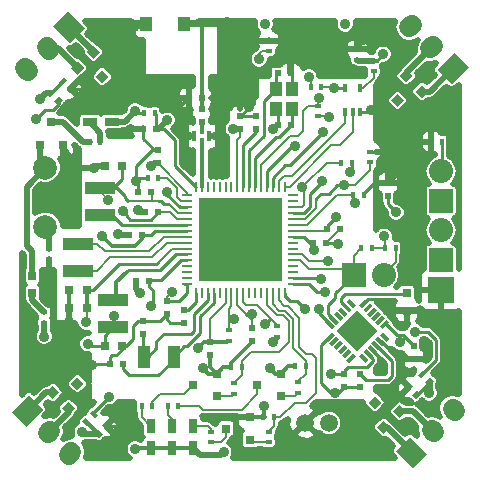
<source format=gbr>
G04 #@! TF.FileFunction,Copper,L1,Top,Signal*
%FSLAX46Y46*%
G04 Gerber Fmt 4.6, Leading zero omitted, Abs format (unit mm)*
G04 Created by KiCad (PCBNEW (2014-12-04 BZR 5312)-product) date 8/23/2015 4:43:04 PM*
%MOMM*%
G01*
G04 APERTURE LIST*
%ADD10C,0.100000*%
%ADD11R,0.800000X0.750000*%
%ADD12R,0.600000X0.500000*%
%ADD13R,0.500000X0.600000*%
%ADD14R,0.750000X1.200000*%
%ADD15R,0.750000X0.800000*%
%ADD16R,1.200000X0.750000*%
%ADD17R,2.540000X1.021080*%
%ADD18R,2.032000X2.032000*%
%ADD19O,2.032000X2.032000*%
%ADD20R,0.800100X0.800100*%
%ADD21R,0.400000X0.600000*%
%ADD22R,0.600000X0.400000*%
%ADD23C,0.900000*%
%ADD24R,1.100000X1.900000*%
%ADD25R,0.280000X0.850000*%
%ADD26R,0.850000X0.280000*%
%ADD27R,1.000000X1.000000*%
%ADD28C,1.727200*%
%ADD29R,2.235200X2.235200*%
%ADD30R,1.100000X1.200000*%
%ADD31R,0.300000X0.300000*%
%ADD32R,0.400000X0.950000*%
%ADD33R,1.000000X1.200000*%
%ADD34C,1.500000*%
%ADD35C,2.000000*%
%ADD36R,0.406400X0.660400*%
%ADD37C,0.889000*%
%ADD38C,0.508000*%
%ADD39C,0.254000*%
%ADD40C,0.326800*%
%ADD41C,0.355600*%
%ADD42C,0.203200*%
%ADD43C,0.152400*%
%ADD44C,0.500000*%
G04 APERTURE END LIST*
D10*
G36*
X162135893Y-106445152D02*
X161570137Y-105879396D01*
X162135893Y-105313640D01*
X162701649Y-105879396D01*
X162135893Y-106445152D01*
X162135893Y-106445152D01*
G37*
G36*
X163479396Y-105101649D02*
X162913640Y-104535893D01*
X163479396Y-103970137D01*
X164045152Y-104535893D01*
X163479396Y-105101649D01*
X163479396Y-105101649D01*
G37*
G36*
X161394152Y-104359908D02*
X160828396Y-103794152D01*
X161394152Y-103228396D01*
X161959908Y-103794152D01*
X161394152Y-104359908D01*
X161394152Y-104359908D01*
G37*
D11*
X137000000Y-95750000D03*
X135500000Y-95750000D03*
X140000000Y-83750000D03*
X138500000Y-83750000D03*
X137000000Y-94250000D03*
X135500000Y-94250000D03*
D12*
X142450000Y-86000000D03*
X141350000Y-86000000D03*
D13*
X143000000Y-83550000D03*
X143000000Y-82450000D03*
X143750000Y-95200000D03*
X143750000Y-96300000D03*
X150000000Y-80650000D03*
X150000000Y-79550000D03*
D11*
X138500000Y-99000000D03*
X140000000Y-99000000D03*
D12*
X140050000Y-100500000D03*
X138950000Y-100500000D03*
X156150000Y-90300000D03*
X157250000Y-90300000D03*
D13*
X145250000Y-95950000D03*
X145250000Y-97050000D03*
X151000000Y-97450000D03*
X151000000Y-98550000D03*
X151300000Y-80650000D03*
X151300000Y-79550000D03*
X141800000Y-97950000D03*
X141800000Y-96850000D03*
D12*
X143000000Y-87650000D03*
X141900000Y-87650000D03*
X141650000Y-89600000D03*
X140550000Y-89600000D03*
X142300000Y-93500000D03*
X141200000Y-93500000D03*
D13*
X147400000Y-98650000D03*
X147400000Y-99750000D03*
D12*
X157350000Y-89100000D03*
X158450000Y-89100000D03*
X142850000Y-80600000D03*
X141750000Y-80600000D03*
X154250000Y-80300000D03*
X153150000Y-80300000D03*
D13*
X162500000Y-86300000D03*
X162500000Y-85200000D03*
D12*
X153150000Y-75900000D03*
X154250000Y-75900000D03*
X146724600Y-78000000D03*
X145624600Y-78000000D03*
D14*
X142400000Y-107650000D03*
X142400000Y-105750000D03*
X144200000Y-107650000D03*
X144200000Y-105750000D03*
X146000000Y-107650000D03*
X146000000Y-105750000D03*
D15*
X132400000Y-94550000D03*
X132400000Y-93050000D03*
D16*
X139150000Y-80000000D03*
X137250000Y-80000000D03*
D10*
G36*
X133554848Y-102935893D02*
X134120604Y-102370137D01*
X134686360Y-102935893D01*
X134120604Y-103501649D01*
X133554848Y-102935893D01*
X133554848Y-102935893D01*
G37*
G36*
X134898351Y-104279396D02*
X135464107Y-103713640D01*
X136029863Y-104279396D01*
X135464107Y-104845152D01*
X134898351Y-104279396D01*
X134898351Y-104279396D01*
G37*
G36*
X135640092Y-102194152D02*
X136205848Y-101628396D01*
X136771604Y-102194152D01*
X136205848Y-102759908D01*
X135640092Y-102194152D01*
X135640092Y-102194152D01*
G37*
G36*
X165945152Y-77464107D02*
X165379396Y-78029863D01*
X164813640Y-77464107D01*
X165379396Y-76898351D01*
X165945152Y-77464107D01*
X165945152Y-77464107D01*
G37*
G36*
X164601649Y-76120604D02*
X164035893Y-76686360D01*
X163470137Y-76120604D01*
X164035893Y-75554848D01*
X164601649Y-76120604D01*
X164601649Y-76120604D01*
G37*
G36*
X163859908Y-78205848D02*
X163294152Y-78771604D01*
X162728396Y-78205848D01*
X163294152Y-77640092D01*
X163859908Y-78205848D01*
X163859908Y-78205848D01*
G37*
G36*
X137564107Y-73554848D02*
X138129863Y-74120604D01*
X137564107Y-74686360D01*
X136998351Y-74120604D01*
X137564107Y-73554848D01*
X137564107Y-73554848D01*
G37*
G36*
X136220604Y-74898351D02*
X136786360Y-75464107D01*
X136220604Y-76029863D01*
X135654848Y-75464107D01*
X136220604Y-74898351D01*
X136220604Y-74898351D01*
G37*
G36*
X138305848Y-75640092D02*
X138871604Y-76205848D01*
X138305848Y-76771604D01*
X137740092Y-76205848D01*
X138305848Y-75640092D01*
X138305848Y-75640092D01*
G37*
D17*
X138100000Y-87945540D03*
X138100000Y-85654460D03*
X139250000Y-95104460D03*
X139250000Y-97395540D03*
X136250000Y-90354460D03*
X136250000Y-92645540D03*
D13*
X146718000Y-80050000D03*
X146718000Y-78950000D03*
D18*
X167000000Y-91750000D03*
D19*
X167000000Y-89210000D03*
D20*
X148000760Y-103250000D03*
X148000760Y-101350000D03*
X146001780Y-102300000D03*
X153400760Y-103250000D03*
X153400760Y-101350000D03*
X151401780Y-102300000D03*
X150800760Y-106950000D03*
X150800760Y-105050000D03*
X148801780Y-106000000D03*
X133050000Y-82000760D03*
X134950000Y-82000760D03*
X134000000Y-80001780D03*
D21*
X149250000Y-100800000D03*
X150150000Y-100800000D03*
X154650000Y-100700000D03*
X155550000Y-100700000D03*
D22*
X149500000Y-103050000D03*
X149500000Y-102150000D03*
D21*
X151950000Y-105000000D03*
X152850000Y-105000000D03*
D22*
X154900000Y-102950000D03*
X154900000Y-102050000D03*
X152400000Y-107150000D03*
X152400000Y-106250000D03*
D21*
X141650000Y-104100000D03*
X142550000Y-104100000D03*
X143850000Y-104100000D03*
X144750000Y-104100000D03*
D22*
X147500000Y-106250000D03*
X147500000Y-107150000D03*
D21*
X156850000Y-77100000D03*
X155950000Y-77100000D03*
D22*
X152400000Y-74050000D03*
X152400000Y-73150000D03*
D21*
X143050000Y-84800000D03*
X142150000Y-84800000D03*
D22*
X156600000Y-78650000D03*
X156600000Y-79550000D03*
D21*
X166150000Y-81700000D03*
X167050000Y-81700000D03*
X141850000Y-79300000D03*
X142750000Y-79300000D03*
X159450000Y-83500000D03*
X158550000Y-83500000D03*
X161150000Y-90700000D03*
X160250000Y-90700000D03*
D22*
X149000000Y-98550000D03*
X149000000Y-97650000D03*
D21*
X162250000Y-90700000D03*
X163150000Y-90700000D03*
X160450000Y-86250000D03*
X159550000Y-86250000D03*
D22*
X161000000Y-82550000D03*
X161000000Y-83450000D03*
X153100000Y-98250000D03*
X153100000Y-97350000D03*
X133800000Y-90750000D03*
X133800000Y-91650000D03*
D10*
G36*
X137052513Y-105771751D02*
X136628249Y-105347487D01*
X136911091Y-105064645D01*
X137335355Y-105488909D01*
X137052513Y-105771751D01*
X137052513Y-105771751D01*
G37*
G36*
X137688909Y-105135355D02*
X137264645Y-104711091D01*
X137547487Y-104428249D01*
X137971751Y-104852513D01*
X137688909Y-105135355D01*
X137688909Y-105135355D01*
G37*
D22*
X161300000Y-74850000D03*
X161300000Y-75750000D03*
D10*
G36*
X138547487Y-105428249D02*
X138971751Y-105852513D01*
X138688909Y-106135355D01*
X138264645Y-105711091D01*
X138547487Y-105428249D01*
X138547487Y-105428249D01*
G37*
G36*
X137911091Y-106064645D02*
X138335355Y-106488909D01*
X138052513Y-106771751D01*
X137628249Y-106347487D01*
X137911091Y-106064645D01*
X137911091Y-106064645D01*
G37*
D22*
X159900000Y-73850000D03*
X159900000Y-74750000D03*
X133400000Y-97050000D03*
X133400000Y-96150000D03*
D21*
X138150000Y-81700000D03*
X137250000Y-81700000D03*
D10*
G36*
X166371751Y-101947487D02*
X165947487Y-102371751D01*
X165664645Y-102088909D01*
X166088909Y-101664645D01*
X166371751Y-101947487D01*
X166371751Y-101947487D01*
G37*
G36*
X165735355Y-101311091D02*
X165311091Y-101735355D01*
X165028249Y-101452513D01*
X165452513Y-101028249D01*
X165735355Y-101311091D01*
X165735355Y-101311091D01*
G37*
G36*
X133628249Y-77652513D02*
X134052513Y-77228249D01*
X134335355Y-77511091D01*
X133911091Y-77935355D01*
X133628249Y-77652513D01*
X133628249Y-77652513D01*
G37*
G36*
X134264645Y-78288909D02*
X134688909Y-77864645D01*
X134971751Y-78147487D01*
X134547487Y-78571751D01*
X134264645Y-78288909D01*
X134264645Y-78288909D01*
G37*
G36*
X163928249Y-102552513D02*
X164352513Y-102128249D01*
X164635355Y-102411091D01*
X164211091Y-102835355D01*
X163928249Y-102552513D01*
X163928249Y-102552513D01*
G37*
G36*
X164564645Y-103188909D02*
X164988909Y-102764645D01*
X165271751Y-103047487D01*
X164847487Y-103471751D01*
X164564645Y-103188909D01*
X164564645Y-103188909D01*
G37*
G36*
X135971751Y-77147487D02*
X135547487Y-77571751D01*
X135264645Y-77288909D01*
X135688909Y-76864645D01*
X135971751Y-77147487D01*
X135971751Y-77147487D01*
G37*
G36*
X135335355Y-76511091D02*
X134911091Y-76935355D01*
X134628249Y-76652513D01*
X135052513Y-76228249D01*
X135335355Y-76511091D01*
X135335355Y-76511091D01*
G37*
D23*
X158900000Y-71750000D03*
X152100000Y-71750000D03*
D24*
X141850000Y-99900000D03*
X144350000Y-99900000D03*
D25*
X149750000Y-94475000D03*
X149250000Y-94475000D03*
X148750000Y-94475000D03*
X148250000Y-94475000D03*
X147750000Y-94475000D03*
X147250000Y-94475000D03*
X146750000Y-94475000D03*
X146250000Y-94475000D03*
X150250000Y-94475000D03*
X150750000Y-94475000D03*
X151250000Y-94475000D03*
X151750000Y-94475000D03*
X152250000Y-94475000D03*
X152750000Y-94475000D03*
X153250000Y-94475000D03*
X153750000Y-94475000D03*
X146250000Y-85525000D03*
X146750000Y-85525000D03*
X147250000Y-85525000D03*
X147750000Y-85525000D03*
X148250000Y-85525000D03*
X148750000Y-85525000D03*
X149250000Y-85525000D03*
X149750000Y-85525000D03*
X150250000Y-85525000D03*
X150750000Y-85525000D03*
X151250000Y-85525000D03*
X151750000Y-85525000D03*
X152250000Y-85525000D03*
X152750000Y-85525000D03*
X153250000Y-85525000D03*
X153750000Y-85525000D03*
D26*
X154475000Y-90250000D03*
X154475000Y-90750000D03*
X154475000Y-91250000D03*
X154475000Y-91750000D03*
X154475000Y-92250000D03*
X154475000Y-92750000D03*
X154475000Y-93250000D03*
X154475000Y-93750000D03*
X154475000Y-89750000D03*
X154475000Y-89250000D03*
X154475000Y-88750000D03*
X154475000Y-88250000D03*
X154475000Y-87750000D03*
X154475000Y-87250000D03*
X154475000Y-86750000D03*
X154475000Y-86250000D03*
X145525000Y-89750000D03*
X145525000Y-89250000D03*
X145525000Y-88750000D03*
X145525000Y-88250000D03*
X145525000Y-87750000D03*
X145525000Y-87250000D03*
X145525000Y-86750000D03*
X145525000Y-86250000D03*
X145525000Y-90250000D03*
X145525000Y-90750000D03*
X145525000Y-91250000D03*
X145525000Y-91750000D03*
X145525000Y-92250000D03*
X145525000Y-92750000D03*
X145525000Y-93250000D03*
X145525000Y-93750000D03*
D27*
X150000000Y-90000000D03*
X150000000Y-89000000D03*
X150000000Y-88000000D03*
X150000000Y-87000000D03*
X149000000Y-90000000D03*
X149000000Y-89000000D03*
X149000000Y-88000000D03*
X149000000Y-87000000D03*
X148000000Y-87000000D03*
X148000000Y-88000000D03*
X148000000Y-90000000D03*
X148000000Y-89000000D03*
X147000000Y-87000000D03*
X147000000Y-88000000D03*
X147000000Y-89000000D03*
X147000000Y-90000000D03*
X147000000Y-93000000D03*
X147000000Y-92000000D03*
X147000000Y-91000000D03*
X148000000Y-91000000D03*
X148000000Y-92000000D03*
X148000000Y-93000000D03*
X149000000Y-93000000D03*
X149000000Y-92000000D03*
X149000000Y-91000000D03*
X150000000Y-91000000D03*
X150000000Y-92000000D03*
X150000000Y-93000000D03*
X151000000Y-93000000D03*
X152000000Y-93000000D03*
X153000000Y-93000000D03*
X153000000Y-92000000D03*
X153000000Y-91000000D03*
X153000000Y-90000000D03*
X153000000Y-89000000D03*
X153000000Y-88000000D03*
X153000000Y-87000000D03*
X152000000Y-87000000D03*
X151000000Y-87000000D03*
X151000000Y-88000000D03*
X152000000Y-88000000D03*
X152000000Y-89000000D03*
X151000000Y-89000000D03*
X151000000Y-90000000D03*
X152000000Y-90000000D03*
X152000000Y-91000000D03*
X151000000Y-91000000D03*
X151000000Y-92000000D03*
X152000000Y-92000000D03*
D10*
G36*
X131892237Y-105829078D02*
X130670922Y-104607763D01*
X132107763Y-103170922D01*
X133329078Y-104392237D01*
X131892237Y-105829078D01*
X131892237Y-105829078D01*
G37*
D28*
X133688288Y-106403814D02*
X133903814Y-106188288D01*
X135484339Y-108199865D02*
X135699865Y-107984339D01*
D10*
G36*
X168107763Y-74170922D02*
X169329078Y-75392237D01*
X167892237Y-76829078D01*
X166670922Y-75607763D01*
X168107763Y-74170922D01*
X168107763Y-74170922D01*
G37*
D28*
X166311712Y-73596186D02*
X166096186Y-73811712D01*
X164515661Y-71800135D02*
X164300135Y-72015661D01*
D10*
G36*
X165829078Y-108107763D02*
X164607763Y-109329078D01*
X163170922Y-107892237D01*
X164392237Y-106670922D01*
X165829078Y-108107763D01*
X165829078Y-108107763D01*
G37*
D28*
X166403814Y-106311712D02*
X166188288Y-106096186D01*
X168199865Y-104515661D02*
X167984339Y-104300135D01*
D10*
G36*
X134170922Y-71892237D02*
X135392237Y-70670922D01*
X136829078Y-72107763D01*
X135607763Y-73329078D01*
X134170922Y-71892237D01*
X134170922Y-71892237D01*
G37*
D28*
X133596186Y-73688288D02*
X133811712Y-73903814D01*
X131800135Y-75484339D02*
X132015661Y-75699865D01*
D18*
X167000000Y-86750000D03*
D19*
X167000000Y-84210000D03*
D29*
X167000000Y-94250000D03*
D30*
X154400000Y-78950000D03*
X153000000Y-78950000D03*
X153000000Y-77250000D03*
X154400000Y-77250000D03*
D31*
X146718000Y-80925000D03*
X146718000Y-81575000D03*
D32*
X146078000Y-81250000D03*
X147358000Y-81250000D03*
D33*
X145200000Y-71700000D03*
X142000000Y-71700000D03*
D34*
X157500000Y-105500000D03*
X155500000Y-105500000D03*
D35*
X133500000Y-88900000D03*
X133500000Y-83900000D03*
D36*
X158839600Y-79216000D03*
X160160400Y-79216000D03*
X159500000Y-79216000D03*
X160160400Y-77184000D03*
X158839600Y-77184000D03*
D13*
X158800000Y-101350000D03*
X158800000Y-102450000D03*
X160100000Y-101350000D03*
X160100000Y-102450000D03*
X164700000Y-99000000D03*
X164700000Y-100100000D03*
D18*
X159600000Y-93000000D03*
D19*
X162140000Y-93000000D03*
D10*
G36*
X158149911Y-99344023D02*
X157902424Y-99096536D01*
X158468109Y-98530851D01*
X158715596Y-98778338D01*
X158149911Y-99344023D01*
X158149911Y-99344023D01*
G37*
G36*
X157796357Y-98990469D02*
X157548870Y-98742982D01*
X158114555Y-98177297D01*
X158362042Y-98424784D01*
X157796357Y-98990469D01*
X157796357Y-98990469D01*
G37*
G36*
X157442804Y-98636916D02*
X157195317Y-98389429D01*
X157761002Y-97823744D01*
X158008489Y-98071231D01*
X157442804Y-98636916D01*
X157442804Y-98636916D01*
G37*
G36*
X158503464Y-99697576D02*
X158255977Y-99450089D01*
X158821662Y-98884404D01*
X159069149Y-99131891D01*
X158503464Y-99697576D01*
X158503464Y-99697576D01*
G37*
G36*
X158857018Y-100051130D02*
X158609531Y-99803643D01*
X159175216Y-99237958D01*
X159422703Y-99485445D01*
X158857018Y-100051130D01*
X158857018Y-100051130D01*
G37*
G36*
X159210571Y-100404683D02*
X158963084Y-100157196D01*
X159528769Y-99591511D01*
X159776256Y-99838998D01*
X159210571Y-100404683D01*
X159210571Y-100404683D01*
G37*
G36*
X160271231Y-95808489D02*
X160023744Y-95561002D01*
X160589429Y-94995317D01*
X160836916Y-95242804D01*
X160271231Y-95808489D01*
X160271231Y-95808489D01*
G37*
G36*
X160624784Y-96162042D02*
X160377297Y-95914555D01*
X160942982Y-95348870D01*
X161190469Y-95596357D01*
X160624784Y-96162042D01*
X160624784Y-96162042D01*
G37*
G36*
X160978338Y-96515596D02*
X160730851Y-96268109D01*
X161296536Y-95702424D01*
X161544023Y-95949911D01*
X160978338Y-96515596D01*
X160978338Y-96515596D01*
G37*
G36*
X161331891Y-96869149D02*
X161084404Y-96621662D01*
X161650089Y-96055977D01*
X161897576Y-96303464D01*
X161331891Y-96869149D01*
X161331891Y-96869149D01*
G37*
G36*
X161685445Y-97222703D02*
X161437958Y-96975216D01*
X162003643Y-96409531D01*
X162251130Y-96657018D01*
X161685445Y-97222703D01*
X161685445Y-97222703D01*
G37*
G36*
X162038998Y-97576256D02*
X161791511Y-97328769D01*
X162357196Y-96763084D01*
X162604683Y-97010571D01*
X162038998Y-97576256D01*
X162038998Y-97576256D01*
G37*
G36*
X158821662Y-96515596D02*
X158255977Y-95949911D01*
X158503464Y-95702424D01*
X159069149Y-96268109D01*
X158821662Y-96515596D01*
X158821662Y-96515596D01*
G37*
G36*
X159175216Y-96162042D02*
X158609531Y-95596357D01*
X158857018Y-95348870D01*
X159422703Y-95914555D01*
X159175216Y-96162042D01*
X159175216Y-96162042D01*
G37*
G36*
X159528769Y-95808489D02*
X158963084Y-95242804D01*
X159210571Y-94995317D01*
X159776256Y-95561002D01*
X159528769Y-95808489D01*
X159528769Y-95808489D01*
G37*
G36*
X158468109Y-96869149D02*
X157902424Y-96303464D01*
X158149911Y-96055977D01*
X158715596Y-96621662D01*
X158468109Y-96869149D01*
X158468109Y-96869149D01*
G37*
G36*
X158114555Y-97222703D02*
X157548870Y-96657018D01*
X157796357Y-96409531D01*
X158362042Y-96975216D01*
X158114555Y-97222703D01*
X158114555Y-97222703D01*
G37*
G36*
X157761002Y-97576256D02*
X157195317Y-97010571D01*
X157442804Y-96763084D01*
X158008489Y-97328769D01*
X157761002Y-97576256D01*
X157761002Y-97576256D01*
G37*
G36*
X161650089Y-99344023D02*
X161084404Y-98778338D01*
X161331891Y-98530851D01*
X161897576Y-99096536D01*
X161650089Y-99344023D01*
X161650089Y-99344023D01*
G37*
G36*
X162003643Y-98990469D02*
X161437958Y-98424784D01*
X161685445Y-98177297D01*
X162251130Y-98742982D01*
X162003643Y-98990469D01*
X162003643Y-98990469D01*
G37*
G36*
X162357196Y-98636916D02*
X161791511Y-98071231D01*
X162038998Y-97823744D01*
X162604683Y-98389429D01*
X162357196Y-98636916D01*
X162357196Y-98636916D01*
G37*
G36*
X161296536Y-99697576D02*
X160730851Y-99131891D01*
X160978338Y-98884404D01*
X161544023Y-99450089D01*
X161296536Y-99697576D01*
X161296536Y-99697576D01*
G37*
G36*
X160942982Y-100051130D02*
X160377297Y-99485445D01*
X160624784Y-99237958D01*
X161190469Y-99803643D01*
X160942982Y-100051130D01*
X160942982Y-100051130D01*
G37*
G36*
X160589429Y-100404683D02*
X160023744Y-99838998D01*
X160271231Y-99591511D01*
X160836916Y-100157196D01*
X160589429Y-100404683D01*
X160589429Y-100404683D01*
G37*
G36*
X159900000Y-99467767D02*
X158132233Y-97700000D01*
X159900000Y-95932233D01*
X161667767Y-97700000D01*
X159900000Y-99467767D01*
X159900000Y-99467767D01*
G37*
D15*
X164100000Y-96000000D03*
X164100000Y-94500000D03*
D37*
X158000000Y-103000000D03*
X161850000Y-100900000D03*
X141300000Y-87500000D03*
X166200000Y-80400000D03*
X141200000Y-85000000D03*
X148000000Y-78500000D03*
X148000000Y-81250000D03*
X148000000Y-79750000D03*
X148000000Y-82500000D03*
X148000000Y-83750000D03*
X144750000Y-78500000D03*
X141000000Y-72000000D03*
X141000000Y-74500000D03*
X141750000Y-76750000D03*
X144750000Y-76750000D03*
X145500000Y-79750000D03*
X145500000Y-81250000D03*
X145500000Y-83750000D03*
X145500000Y-82500000D03*
X143250000Y-76750000D03*
X141000000Y-75750000D03*
X141000000Y-73250000D03*
X161100000Y-79000000D03*
X137600000Y-83900000D03*
X152000000Y-104100000D03*
X152500000Y-100900000D03*
X163000000Y-84400000D03*
X152800000Y-80600000D03*
X150700000Y-78800000D03*
X158300000Y-90400000D03*
X141500000Y-94500000D03*
X139600000Y-89500000D03*
X148900000Y-71600000D03*
X148900000Y-75100000D03*
X148000000Y-77000000D03*
X148900000Y-76300000D03*
X148900000Y-73900000D03*
X148900000Y-72700000D03*
X162500000Y-82800000D03*
X146800000Y-100900000D03*
X138600000Y-77900000D03*
X137400000Y-100600000D03*
X157500000Y-79600000D03*
X139700000Y-106200000D03*
X160400000Y-106500000D03*
X133800000Y-92900000D03*
X135500000Y-97000000D03*
X150600000Y-73100000D03*
X160400000Y-73100000D03*
X136900000Y-97000000D03*
X142400000Y-83800000D03*
X138800000Y-86600000D03*
X149400000Y-80600000D03*
X144200000Y-94400000D03*
X156200000Y-90900000D03*
X151000000Y-96300000D03*
X139300000Y-96500000D03*
X137100000Y-98800000D03*
X163500000Y-98700000D03*
X140100000Y-87600000D03*
X141100000Y-107700000D03*
X152800000Y-98700000D03*
X146400000Y-99200000D03*
X162200000Y-89700000D03*
X158100000Y-88100000D03*
X159300000Y-84300000D03*
X163200000Y-87700000D03*
X138300000Y-89700000D03*
X142400000Y-95600000D03*
X157700000Y-101400000D03*
X157900000Y-77200000D03*
X148600000Y-108000000D03*
X141100000Y-79100000D03*
X133400000Y-98200000D03*
X149500000Y-96700000D03*
X152100000Y-97100000D03*
X136600000Y-106300000D03*
X162100000Y-74300000D03*
X166000000Y-103000000D03*
X133000000Y-78100000D03*
X155800000Y-76200000D03*
X151600000Y-74700000D03*
X143800000Y-86000000D03*
X156700000Y-78000000D03*
X155200000Y-85500000D03*
X159700000Y-86900000D03*
X158800000Y-85400000D03*
X157200000Y-94400000D03*
X138900000Y-103300000D03*
X156800000Y-93300000D03*
X164800000Y-97800000D03*
X155500000Y-95900000D03*
X132700000Y-79750000D03*
X156900000Y-85000000D03*
X156700000Y-95850000D03*
X157400000Y-91800000D03*
X154600000Y-82100000D03*
X157000000Y-80900000D03*
X143800000Y-79900000D03*
D38*
X133703949Y-73796051D02*
X134552548Y-73796051D01*
X134552548Y-73796051D02*
X136220604Y-75464107D01*
X135464107Y-104279396D02*
X135464107Y-104627995D01*
X135464107Y-104627995D02*
X133796051Y-106296051D01*
X163479396Y-104535893D02*
X164627995Y-104535893D01*
X164627995Y-104535893D02*
X166296051Y-106203949D01*
X164035893Y-76120604D02*
X164035893Y-75872005D01*
X164035893Y-75872005D02*
X166203949Y-73703949D01*
D39*
X157601903Y-98230330D02*
X157519670Y-98230330D01*
X157519670Y-98230330D02*
X156800000Y-98950000D01*
X156800000Y-98950000D02*
X156800000Y-102150000D01*
X156800000Y-102150000D02*
X157650000Y-103000000D01*
X157650000Y-103000000D02*
X158000000Y-103000000D01*
X158250000Y-103000000D02*
X158000000Y-103000000D01*
X158800000Y-102450000D02*
X158250000Y-103000000D01*
X161850000Y-100050000D02*
X161850000Y-100900000D01*
X161850000Y-100050000D02*
X161137437Y-99337437D01*
X161137437Y-99290990D02*
X161137437Y-99337437D01*
X161844544Y-98583883D02*
X161883883Y-98583883D01*
X161883883Y-98583883D02*
X162850000Y-99550000D01*
X164300000Y-100100000D02*
X164700000Y-100100000D01*
X163750000Y-99550000D02*
X164300000Y-100100000D01*
X162850000Y-99550000D02*
X163750000Y-99550000D01*
X161844544Y-98583883D02*
X161844544Y-98594544D01*
X160430330Y-95401903D02*
X160448097Y-95401903D01*
X160448097Y-95401903D02*
X160800000Y-95050000D01*
X160800000Y-95050000D02*
X162150000Y-95050000D01*
X162150000Y-95050000D02*
X163100000Y-96000000D01*
X163100000Y-96000000D02*
X164100000Y-96000000D01*
D38*
X141450000Y-87650000D02*
X141300000Y-87500000D01*
X141450000Y-87650000D02*
X141900000Y-87650000D01*
X166150000Y-81700000D02*
X166150000Y-80450000D01*
X166150000Y-80450000D02*
X166200000Y-80400000D01*
D39*
X141200000Y-85000000D02*
X141200000Y-83800000D01*
X142550000Y-82450000D02*
X143000000Y-82450000D01*
X141200000Y-83800000D02*
X142550000Y-82450000D01*
D40*
X148000000Y-77000000D02*
X148250000Y-77000000D01*
X148000000Y-81250000D02*
X148000000Y-79750000D01*
X148000000Y-78500000D02*
X148000000Y-79750000D01*
X148000000Y-77000000D02*
X148000000Y-78500000D01*
X148000000Y-83750000D02*
X148000000Y-82500000D01*
X148000000Y-81250000D02*
X147358000Y-81250000D01*
X148000000Y-82500000D02*
X148000000Y-81250000D01*
X145200000Y-71700000D02*
X146668000Y-71700000D01*
X146668000Y-71700000D02*
X146724600Y-71756600D01*
X144750000Y-78500000D02*
X145124600Y-78500000D01*
X145124600Y-78500000D02*
X145624600Y-78000000D01*
X141700000Y-72000000D02*
X141000000Y-72000000D01*
X141000000Y-73250000D02*
X141000000Y-74500000D01*
X141750000Y-76750000D02*
X141250000Y-76250000D01*
X143250000Y-76750000D02*
X144750000Y-76750000D01*
X145500000Y-79750000D02*
X145500000Y-79250000D01*
X145500000Y-82500000D02*
X145500000Y-81250000D01*
X145500000Y-83750000D02*
X145500000Y-82500000D01*
X145500000Y-81250000D02*
X146078000Y-81250000D01*
X145500000Y-79750000D02*
X145500000Y-81250000D01*
X145500000Y-79250000D02*
X144750000Y-78500000D01*
X144750000Y-76750000D02*
X144750000Y-78500000D01*
X141750000Y-76750000D02*
X143250000Y-76750000D01*
X141250000Y-76000000D02*
X141000000Y-75750000D01*
X141250000Y-76250000D02*
X141250000Y-76000000D01*
X141000000Y-74500000D02*
X141000000Y-75750000D01*
X141000000Y-72000000D02*
X141000000Y-73250000D01*
X141700000Y-72000000D02*
X142000000Y-71700000D01*
X146078000Y-81422000D02*
X146078000Y-81250000D01*
X146718000Y-78950000D02*
X146718000Y-78006600D01*
X146718000Y-78006600D02*
X146724600Y-78000000D01*
D39*
X142150000Y-84800000D02*
X142150000Y-84650000D01*
D40*
X146724600Y-71756600D02*
X146718000Y-71750000D01*
X146724600Y-78000000D02*
X146724600Y-71756600D01*
D39*
X142750000Y-82450000D02*
X143000000Y-82450000D01*
X141750000Y-81450000D02*
X142750000Y-82450000D01*
X141750000Y-80600000D02*
X141750000Y-81450000D01*
X144050000Y-97050000D02*
X144300000Y-97050000D01*
X144300000Y-97050000D02*
X145250000Y-97050000D01*
X143750000Y-96750000D02*
X144050000Y-97050000D01*
X143750000Y-96300000D02*
X143750000Y-96750000D01*
D41*
X135500000Y-94250000D02*
X135500000Y-95750000D01*
D39*
X160884000Y-79216000D02*
X161100000Y-79000000D01*
X160160400Y-79216000D02*
X160884000Y-79216000D01*
D38*
X137750000Y-83750000D02*
X137600000Y-83900000D01*
X138500000Y-83750000D02*
X137750000Y-83750000D01*
D39*
X138950000Y-99950000D02*
X138950000Y-100500000D01*
X139100000Y-99800000D02*
X138950000Y-99950000D01*
X139500000Y-99800000D02*
X139100000Y-99800000D01*
X140000000Y-99300000D02*
X139500000Y-99800000D01*
X140000000Y-99000000D02*
X140000000Y-99300000D01*
X140900000Y-98400000D02*
X140900000Y-97300000D01*
X140900000Y-97300000D02*
X141350000Y-96850000D01*
X141350000Y-96850000D02*
X141800000Y-96850000D01*
X140300000Y-99000000D02*
X140900000Y-98400000D01*
X140000000Y-99000000D02*
X140300000Y-99000000D01*
X143200000Y-96850000D02*
X143750000Y-96300000D01*
X141800000Y-96850000D02*
X143200000Y-96850000D01*
D41*
X152000000Y-104950000D02*
X152000000Y-104100000D01*
X151900000Y-105050000D02*
X152000000Y-104950000D01*
X150800760Y-105050000D02*
X151900000Y-105050000D01*
X148550760Y-100800000D02*
X148000760Y-101350000D01*
X149250000Y-100800000D02*
X148550760Y-100800000D01*
X152950000Y-101350000D02*
X152500000Y-100900000D01*
X153400760Y-101350000D02*
X152950000Y-101350000D01*
X154050760Y-100700000D02*
X153400760Y-101350000D01*
X154650000Y-100700000D02*
X154050760Y-100700000D01*
X147400000Y-100749240D02*
X148000760Y-101350000D01*
X147400000Y-99750000D02*
X147400000Y-100749240D01*
X149250000Y-100450000D02*
X149250000Y-100800000D01*
X151000000Y-98700000D02*
X149250000Y-100450000D01*
X151000000Y-98550000D02*
X151000000Y-98700000D01*
D42*
X157250000Y-90300000D02*
X158450000Y-89100000D01*
D39*
X163000000Y-84700000D02*
X163000000Y-84400000D01*
X162500000Y-85200000D02*
X163000000Y-84700000D01*
X161300000Y-85200000D02*
X162500000Y-85200000D01*
X160450000Y-86050000D02*
X161300000Y-85200000D01*
X160450000Y-86250000D02*
X160450000Y-86050000D01*
X153150000Y-79100000D02*
X153000000Y-78950000D01*
X153150000Y-80300000D02*
X153150000Y-79100000D01*
X153100000Y-80300000D02*
X152800000Y-80600000D01*
X153150000Y-80300000D02*
X153100000Y-80300000D01*
X154400000Y-76050000D02*
X154250000Y-75900000D01*
X154400000Y-77250000D02*
X154400000Y-76050000D01*
X150700000Y-78850000D02*
X150700000Y-78800000D01*
X150000000Y-79550000D02*
X150700000Y-78850000D01*
X151300000Y-79550000D02*
X150000000Y-79550000D01*
X159300000Y-102450000D02*
X158800000Y-102450000D01*
X160100000Y-102450000D02*
X159300000Y-102450000D01*
X158200000Y-90300000D02*
X158300000Y-90400000D01*
X157250000Y-90300000D02*
X158200000Y-90300000D01*
X152400000Y-73150000D02*
X152450000Y-73150000D01*
D38*
X141200000Y-94200000D02*
X141500000Y-94500000D01*
X141200000Y-93500000D02*
X141200000Y-94200000D01*
X140550000Y-89600000D02*
X139700000Y-89600000D01*
X139700000Y-89600000D02*
X139600000Y-89500000D01*
D41*
X148900000Y-72700000D02*
X148900000Y-73900000D01*
X148900000Y-73900000D02*
X148900000Y-75100000D01*
X148200000Y-77000000D02*
X148000000Y-77000000D01*
X148200000Y-77000000D02*
X148900000Y-76300000D01*
X148900000Y-75100000D02*
X148900000Y-76300000D01*
X148900000Y-71600000D02*
X148900000Y-72700000D01*
D39*
X162250000Y-82550000D02*
X161000000Y-82550000D01*
X162250000Y-82550000D02*
X162500000Y-82800000D01*
D41*
X147250000Y-101350000D02*
X148000760Y-101350000D01*
X147250000Y-101350000D02*
X146800000Y-100900000D01*
D38*
X137900000Y-77218198D02*
X137918198Y-77218198D01*
X137918198Y-77218198D02*
X138600000Y-77900000D01*
D39*
X135618198Y-77218198D02*
X137900000Y-77218198D01*
X137500000Y-100500000D02*
X138950000Y-100500000D01*
X137500000Y-100500000D02*
X137400000Y-100600000D01*
X141400000Y-84800000D02*
X141200000Y-85000000D01*
X141350000Y-85150000D02*
X141350000Y-86000000D01*
X141350000Y-85150000D02*
X141200000Y-85000000D01*
X142150000Y-84800000D02*
X141400000Y-84800000D01*
D42*
X157450000Y-79550000D02*
X157500000Y-79600000D01*
X156600000Y-79550000D02*
X157450000Y-79550000D01*
D39*
X139281802Y-105781802D02*
X138618198Y-105781802D01*
X139281802Y-105781802D02*
X139700000Y-106200000D01*
D38*
X133800000Y-91650000D02*
X133800000Y-92900000D01*
X135500000Y-95750000D02*
X135500000Y-97000000D01*
X136500000Y-83900000D02*
X137600000Y-83900000D01*
X134950000Y-82350000D02*
X136500000Y-83900000D01*
X134950000Y-82000760D02*
X134950000Y-82350000D01*
X150650000Y-73150000D02*
X150600000Y-73100000D01*
X152400000Y-73150000D02*
X150650000Y-73150000D01*
X159900000Y-73600000D02*
X160400000Y-73100000D01*
X159900000Y-73850000D02*
X159900000Y-73600000D01*
D40*
X137000000Y-95750000D02*
X137000000Y-94250000D01*
D42*
X145525000Y-86250000D02*
X145525000Y-86075000D01*
X145525000Y-86075000D02*
X143000000Y-83550000D01*
D39*
X139700000Y-92100000D02*
X142900000Y-92100000D01*
X142900000Y-92100000D02*
X143000000Y-92000000D01*
X137550000Y-94250000D02*
X137000000Y-94250000D01*
X137750000Y-94050000D02*
X139200000Y-92600000D01*
X137550000Y-94250000D02*
X137750000Y-94050000D01*
D42*
X145525000Y-90750000D02*
X144250000Y-90750000D01*
X143000000Y-92000000D02*
X144250000Y-90750000D01*
D39*
X139200000Y-92600000D02*
X139700000Y-92100000D01*
D42*
X136900000Y-97000000D02*
X137000000Y-96900000D01*
X137000000Y-96900000D02*
X137000000Y-95750000D01*
D38*
X143000000Y-83550000D02*
X142650000Y-83550000D01*
X142650000Y-83550000D02*
X142400000Y-83800000D01*
D42*
X150000000Y-80650000D02*
X150000000Y-81300000D01*
X149750000Y-81550000D02*
X149750000Y-85525000D01*
X150000000Y-81300000D02*
X149750000Y-81550000D01*
X138100000Y-85900000D02*
X138800000Y-86600000D01*
X149450000Y-80650000D02*
X150000000Y-80650000D01*
X149400000Y-80600000D02*
X149450000Y-80650000D01*
X138100000Y-85654460D02*
X138100000Y-85900000D01*
X142500000Y-86750000D02*
X142500000Y-86050000D01*
X142500000Y-86050000D02*
X142450000Y-86000000D01*
D39*
X145525000Y-93750000D02*
X145250000Y-93750000D01*
X145525000Y-93750000D02*
X145500000Y-93750000D01*
D42*
X143050000Y-86750000D02*
X143000000Y-86750000D01*
X144750000Y-87750000D02*
X144000000Y-87000000D01*
X145525000Y-87750000D02*
X144750000Y-87750000D01*
D39*
X143550000Y-87000000D02*
X144000000Y-87000000D01*
X143300000Y-86750000D02*
X143550000Y-87000000D01*
X143000000Y-86750000D02*
X143300000Y-86750000D01*
D42*
X142500000Y-86750000D02*
X143050000Y-86750000D01*
D39*
X138500000Y-85604460D02*
X138500000Y-85700000D01*
X140000000Y-84900000D02*
X140000000Y-83750000D01*
X139245540Y-85654460D02*
X140000000Y-84900000D01*
X138100000Y-85654460D02*
X139245540Y-85654460D01*
X139554460Y-85654460D02*
X140200000Y-86300000D01*
X140200000Y-86300000D02*
X140200000Y-86500000D01*
X140200000Y-86500000D02*
X140450000Y-86750000D01*
X140450000Y-86750000D02*
X140500000Y-86750000D01*
D42*
X140500000Y-86750000D02*
X142500000Y-86750000D01*
D39*
X138100000Y-85654460D02*
X139554460Y-85654460D01*
X144800000Y-95200000D02*
X143750000Y-95200000D01*
X145525000Y-94475000D02*
X144800000Y-95200000D01*
X145525000Y-93750000D02*
X145525000Y-94475000D01*
D43*
X144200000Y-94400000D02*
X143750000Y-94850000D01*
X143750000Y-94850000D02*
X143750000Y-95200000D01*
D39*
X151000000Y-96300000D02*
X150500000Y-96300000D01*
X150500000Y-96300000D02*
X150500000Y-96400000D01*
X150500000Y-96400000D02*
X150500000Y-96300000D01*
X154475000Y-89750000D02*
X155350000Y-89750000D01*
X155350000Y-89750000D02*
X155900000Y-90300000D01*
X155900000Y-90300000D02*
X156150000Y-90300000D01*
X156150000Y-90850000D02*
X156150000Y-90300000D01*
X156200000Y-90900000D02*
X156150000Y-90850000D01*
X150750000Y-96550000D02*
X151000000Y-96300000D01*
X139250000Y-96550000D02*
X139300000Y-96500000D01*
X139250000Y-96550000D02*
X139250000Y-97395540D01*
X138500000Y-99000000D02*
X138500000Y-98145540D01*
X138500000Y-98145540D02*
X139250000Y-97395540D01*
D42*
X151000000Y-96800000D02*
X150750000Y-96550000D01*
X150750000Y-96550000D02*
X150500000Y-96300000D01*
X150500000Y-96300000D02*
X149750000Y-95550000D01*
X149750000Y-95550000D02*
X149750000Y-94475000D01*
X151000000Y-97450000D02*
X151000000Y-96800000D01*
D39*
X137300000Y-99000000D02*
X137100000Y-98800000D01*
X138500000Y-99000000D02*
X137300000Y-99000000D01*
X147750000Y-95350000D02*
X146600000Y-96500000D01*
X146600000Y-96500000D02*
X146600000Y-97900000D01*
X146600000Y-97900000D02*
X145500000Y-99000000D01*
X145500000Y-99000000D02*
X145250000Y-99000000D01*
X145250000Y-99000000D02*
X144350000Y-99900000D01*
X147750000Y-94475000D02*
X147750000Y-95350000D01*
X144350000Y-100150000D02*
X144350000Y-99900000D01*
X140050000Y-100950000D02*
X140600000Y-101500000D01*
X140600000Y-101500000D02*
X143000000Y-101500000D01*
X143000000Y-101500000D02*
X144350000Y-100150000D01*
X140050000Y-100500000D02*
X140050000Y-100950000D01*
D42*
X146250000Y-94475000D02*
X146250000Y-94500000D01*
D39*
X145550000Y-95950000D02*
X146250000Y-95250000D01*
X146250000Y-95250000D02*
X146250000Y-94475000D01*
X145250000Y-95950000D02*
X145550000Y-95950000D01*
X151300000Y-80900000D02*
X151300000Y-80650000D01*
X150250000Y-81950000D02*
X151300000Y-80900000D01*
X150250000Y-85525000D02*
X150250000Y-81950000D01*
X142200000Y-99900000D02*
X141850000Y-99900000D01*
X147250000Y-95150000D02*
X146100000Y-96300000D01*
X146100000Y-96300000D02*
X146100000Y-97700000D01*
X146100000Y-97700000D02*
X145800000Y-98000000D01*
X145800000Y-98000000D02*
X143500000Y-98000000D01*
X143500000Y-98000000D02*
X142900000Y-98600000D01*
X142900000Y-98600000D02*
X142900000Y-99200000D01*
X142900000Y-99200000D02*
X142200000Y-99900000D01*
X147250000Y-94475000D02*
X147250000Y-95150000D01*
X141800000Y-99850000D02*
X141850000Y-99900000D01*
X141800000Y-97950000D02*
X141800000Y-99850000D01*
X163900000Y-98200000D02*
X163900000Y-98300000D01*
X163900000Y-98300000D02*
X163500000Y-98700000D01*
X163250000Y-98050000D02*
X163750000Y-98050000D01*
X162369670Y-97169670D02*
X163250000Y-98050000D01*
X163750000Y-98050000D02*
X163900000Y-98200000D01*
X163900000Y-98200000D02*
X164700000Y-99000000D01*
X160783883Y-99644544D02*
X160794544Y-99644544D01*
X160794544Y-99644544D02*
X161250000Y-100100000D01*
X161250000Y-100100000D02*
X161250000Y-100250000D01*
X161250000Y-100250000D02*
X160750000Y-100750000D01*
X160750000Y-100750000D02*
X159150000Y-100750000D01*
X159150000Y-100750000D02*
X158800000Y-101100000D01*
X158800000Y-101100000D02*
X158800000Y-101350000D01*
X162198097Y-97169670D02*
X162369670Y-97169670D01*
D43*
X145525000Y-88250000D02*
X144650000Y-88250000D01*
X144050000Y-87650000D02*
X143000000Y-87650000D01*
X144650000Y-88250000D02*
X144050000Y-87650000D01*
D41*
X146000000Y-107650000D02*
X146250000Y-107900000D01*
X144200000Y-107650000D02*
X146000000Y-107650000D01*
X142400000Y-107650000D02*
X144200000Y-107650000D01*
D39*
X142350000Y-93450000D02*
X142300000Y-93500000D01*
X144950000Y-91750000D02*
X145525000Y-91750000D01*
X143250000Y-93450000D02*
X144950000Y-91750000D01*
X142350000Y-93450000D02*
X143250000Y-93450000D01*
X143000000Y-87650000D02*
X143000000Y-87700000D01*
X140400000Y-87900000D02*
X140100000Y-87600000D01*
X143000000Y-87700000D02*
X142400000Y-88300000D01*
X140700000Y-88300000D02*
X140400000Y-88000000D01*
X142400000Y-88300000D02*
X140700000Y-88300000D01*
X140400000Y-88000000D02*
X140400000Y-87900000D01*
D41*
X141150000Y-107650000D02*
X141100000Y-107700000D01*
X142400000Y-107650000D02*
X141150000Y-107650000D01*
X148900000Y-98650000D02*
X149000000Y-98550000D01*
X147400000Y-98650000D02*
X148900000Y-98650000D01*
X153100000Y-98400000D02*
X152800000Y-98700000D01*
X153100000Y-98250000D02*
X153100000Y-98400000D01*
X146950000Y-98650000D02*
X146400000Y-99200000D01*
X147400000Y-98650000D02*
X146950000Y-98650000D01*
D42*
X147400000Y-96700000D02*
X148750000Y-95350000D01*
X148750000Y-95350000D02*
X148750000Y-94475000D01*
X147400000Y-98650000D02*
X147400000Y-96700000D01*
X157200000Y-89250000D02*
X157350000Y-89100000D01*
X154475000Y-89250000D02*
X157200000Y-89250000D01*
X157350000Y-89100000D02*
X157400000Y-89100000D01*
X158950000Y-101200000D02*
X158800000Y-101350000D01*
X161150000Y-90700000D02*
X162250000Y-90700000D01*
X162250000Y-90700000D02*
X162250000Y-89750000D01*
X162250000Y-89750000D02*
X162200000Y-89700000D01*
D39*
X157350000Y-88850000D02*
X158100000Y-88100000D01*
X157350000Y-89100000D02*
X157350000Y-88850000D01*
X159300000Y-84300000D02*
X159450000Y-84150000D01*
X159450000Y-84150000D02*
X159450000Y-83500000D01*
X162500000Y-87000000D02*
X163200000Y-87700000D01*
X162500000Y-86300000D02*
X162500000Y-87000000D01*
D41*
X141650000Y-89950000D02*
X141100000Y-90500000D01*
X141100000Y-90500000D02*
X139100000Y-90500000D01*
X139100000Y-90500000D02*
X138300000Y-89700000D01*
X141650000Y-89600000D02*
X141650000Y-89950000D01*
D39*
X142400000Y-89600000D02*
X142750000Y-89250000D01*
X142750000Y-89250000D02*
X145525000Y-89250000D01*
X141650000Y-89600000D02*
X142400000Y-89600000D01*
X142300000Y-94000000D02*
X142600000Y-94300000D01*
X142600000Y-94300000D02*
X142600000Y-95400000D01*
X142600000Y-95400000D02*
X142400000Y-95600000D01*
X142300000Y-93500000D02*
X142300000Y-94000000D01*
X157750000Y-101350000D02*
X158800000Y-101350000D01*
X157750000Y-101350000D02*
X157700000Y-101400000D01*
D42*
X157800000Y-77100000D02*
X157900000Y-77200000D01*
D39*
X157916000Y-77184000D02*
X158839600Y-77184000D01*
X157916000Y-77184000D02*
X157900000Y-77200000D01*
D42*
X156850000Y-77100000D02*
X157800000Y-77100000D01*
D38*
X148600000Y-108000000D02*
X148400000Y-108200000D01*
X148400000Y-108200000D02*
X146550000Y-108200000D01*
X146550000Y-108200000D02*
X146000000Y-107650000D01*
X140200000Y-80000000D02*
X141100000Y-79100000D01*
D39*
X141300000Y-79300000D02*
X141850000Y-79300000D01*
X141300000Y-79300000D02*
X141100000Y-79100000D01*
D38*
X139150000Y-80000000D02*
X140200000Y-80000000D01*
X133400000Y-97050000D02*
X133400000Y-98200000D01*
D39*
X151250000Y-83050000D02*
X153000000Y-81300000D01*
X153000000Y-81300000D02*
X153250000Y-81300000D01*
X153250000Y-81300000D02*
X154250000Y-80300000D01*
X151250000Y-85525000D02*
X151250000Y-83050000D01*
X154400000Y-80150000D02*
X154250000Y-80300000D01*
X154400000Y-78950000D02*
X154400000Y-80150000D01*
X150750000Y-82450000D02*
X152000000Y-81200000D01*
X152000000Y-81200000D02*
X152000000Y-78250000D01*
X152000000Y-78250000D02*
X153000000Y-77250000D01*
X150750000Y-85525000D02*
X150750000Y-82450000D01*
X153000000Y-76050000D02*
X153150000Y-75900000D01*
X153000000Y-77250000D02*
X153000000Y-76050000D01*
D42*
X141650000Y-105050000D02*
X141650000Y-104100000D01*
X142350000Y-105750000D02*
X141650000Y-105050000D01*
X142400000Y-105750000D02*
X142350000Y-105750000D01*
D39*
X144200000Y-105750000D02*
X144200000Y-105700000D01*
D42*
X143850000Y-104850000D02*
X143850000Y-104100000D01*
X144200000Y-105200000D02*
X143850000Y-104850000D01*
X144200000Y-105750000D02*
X144200000Y-105200000D01*
X147250000Y-105750000D02*
X147500000Y-106000000D01*
X147500000Y-106000000D02*
X147500000Y-106250000D01*
X146000000Y-105750000D02*
X147250000Y-105750000D01*
D38*
X132400000Y-95150000D02*
X133400000Y-96150000D01*
X132400000Y-94550000D02*
X132400000Y-95150000D01*
X138150000Y-80950000D02*
X138150000Y-81700000D01*
X137250000Y-80050000D02*
X138150000Y-80950000D01*
X137250000Y-80000000D02*
X137250000Y-80050000D01*
X134120604Y-102935893D02*
X133564107Y-102935893D01*
X133564107Y-102935893D02*
X132000000Y-104500000D01*
X132000000Y-104500000D02*
X132556497Y-104500000D01*
X165379396Y-77464107D02*
X166035893Y-77464107D01*
X166035893Y-77464107D02*
X168000000Y-75500000D01*
X162135893Y-105879396D02*
X162379396Y-105879396D01*
X162379396Y-105879396D02*
X164500000Y-108000000D01*
X137564107Y-74120604D02*
X137564107Y-74064107D01*
X137564107Y-74064107D02*
X135500000Y-72000000D01*
D39*
X139145540Y-87945540D02*
X138100000Y-87945540D01*
X139950000Y-88750000D02*
X139145540Y-87945540D01*
X145525000Y-88750000D02*
X139950000Y-88750000D01*
D41*
X140400000Y-92700000D02*
X139500000Y-93600000D01*
D39*
X144550000Y-91250000D02*
X143200000Y-92600000D01*
X143200000Y-92600000D02*
X140500000Y-92600000D01*
X140500000Y-92600000D02*
X140400000Y-92700000D01*
X145525000Y-91250000D02*
X144550000Y-91250000D01*
D41*
X139500000Y-93600000D02*
X139500000Y-94854460D01*
X139500000Y-94854460D02*
X139250000Y-95104460D01*
D42*
X137854460Y-90354460D02*
X138500000Y-91000000D01*
X138500000Y-91000000D02*
X142250000Y-91000000D01*
X142250000Y-91000000D02*
X143500000Y-89750000D01*
X143500000Y-89750000D02*
X145525000Y-89750000D01*
X136250000Y-90354460D02*
X137854460Y-90354460D01*
X137854460Y-92645540D02*
X139000000Y-91500000D01*
X139000000Y-91500000D02*
X142500000Y-91500000D01*
X142500000Y-91500000D02*
X143750000Y-90250000D01*
X143750000Y-90250000D02*
X145525000Y-90250000D01*
X136250000Y-92645540D02*
X137854460Y-92645540D01*
D40*
X146718000Y-80925000D02*
X146718000Y-80050000D01*
D43*
X160160400Y-77184000D02*
X160416000Y-77184000D01*
X161300000Y-76300000D02*
X161300000Y-75750000D01*
X160416000Y-77184000D02*
X161300000Y-76300000D01*
D42*
X149250000Y-95650000D02*
X149000000Y-95900000D01*
X149000000Y-96700000D02*
X149000000Y-97650000D01*
X149000000Y-95900000D02*
X149000000Y-96700000D01*
X149250000Y-94475000D02*
X149250000Y-95650000D01*
D39*
X149000000Y-96700000D02*
X149500000Y-96700000D01*
X152600000Y-96700000D02*
X152500000Y-96700000D01*
X152500000Y-96700000D02*
X152100000Y-97100000D01*
D42*
X150250000Y-95250000D02*
X150250000Y-94475000D01*
X150500000Y-95500000D02*
X150250000Y-95250000D01*
X151400000Y-95500000D02*
X150500000Y-95500000D01*
X152600000Y-96700000D02*
X151400000Y-95500000D01*
X153100000Y-97200000D02*
X152600000Y-96700000D01*
X153100000Y-97350000D02*
X153100000Y-97200000D01*
X149300000Y-103250000D02*
X149500000Y-103050000D01*
X148000760Y-103250000D02*
X149300000Y-103250000D01*
X142550000Y-103750000D02*
X143200000Y-103100000D01*
X143200000Y-103100000D02*
X145201780Y-103100000D01*
X145201780Y-103100000D02*
X146001780Y-102300000D01*
X142550000Y-104100000D02*
X142550000Y-103750000D01*
X154600000Y-103250000D02*
X154900000Y-102950000D01*
X153400760Y-103250000D02*
X154600000Y-103250000D01*
X146500000Y-104100000D02*
X146800000Y-104400000D01*
X146800000Y-104400000D02*
X150100000Y-104400000D01*
X150100000Y-104400000D02*
X151401780Y-103098220D01*
X151401780Y-103098220D02*
X151401780Y-102300000D01*
X144750000Y-104100000D02*
X146500000Y-104100000D01*
X151000760Y-107150000D02*
X150800760Y-106950000D01*
X152400000Y-107150000D02*
X151000760Y-107150000D01*
X148350000Y-107150000D02*
X148801780Y-106698220D01*
X148801780Y-106698220D02*
X148801780Y-106000000D01*
X147500000Y-107150000D02*
X148350000Y-107150000D01*
D41*
X136981802Y-105418198D02*
X137981802Y-106418198D01*
D38*
X136718198Y-106418198D02*
X136600000Y-106300000D01*
X137981802Y-106418198D02*
X136718198Y-106418198D01*
D39*
X161550000Y-74850000D02*
X162100000Y-74300000D01*
X161300000Y-74850000D02*
X161550000Y-74850000D01*
D38*
X160000000Y-74850000D02*
X159900000Y-74750000D01*
X161300000Y-74850000D02*
X160000000Y-74850000D01*
X135001780Y-80001780D02*
X136700000Y-81700000D01*
X136700000Y-81700000D02*
X137250000Y-81700000D01*
X134000000Y-80001780D02*
X135001780Y-80001780D01*
D39*
X164918198Y-103118198D02*
X166018198Y-102018198D01*
D38*
X166018198Y-102981802D02*
X166018198Y-102018198D01*
X166000000Y-103000000D02*
X166018198Y-102981802D01*
D39*
X133981802Y-77581802D02*
X134981802Y-76581802D01*
D38*
X133518198Y-77581802D02*
X133981802Y-77581802D01*
X133000000Y-78100000D02*
X133518198Y-77581802D01*
D42*
X150150000Y-101450000D02*
X150150000Y-100800000D01*
X149500000Y-102100000D02*
X150150000Y-101450000D01*
X149500000Y-102150000D02*
X149500000Y-102100000D01*
X152250000Y-95550000D02*
X153100000Y-96400000D01*
X153100000Y-96400000D02*
X153600000Y-96400000D01*
X153600000Y-96400000D02*
X154100000Y-96900000D01*
X154100000Y-96900000D02*
X154100000Y-98700000D01*
X154100000Y-98700000D02*
X153300000Y-99500000D01*
X153300000Y-99500000D02*
X150900000Y-99500000D01*
X150900000Y-99500000D02*
X150150000Y-100250000D01*
X150150000Y-100250000D02*
X150150000Y-100800000D01*
X152250000Y-94475000D02*
X152250000Y-95550000D01*
X155550000Y-101350000D02*
X155550000Y-100700000D01*
X154900000Y-102000000D02*
X155550000Y-101350000D01*
X154900000Y-102050000D02*
X154900000Y-102000000D01*
X152750000Y-95450000D02*
X153300000Y-96000000D01*
X153300000Y-96000000D02*
X153800000Y-96000000D01*
X153800000Y-96000000D02*
X154500000Y-96700000D01*
X154500000Y-96700000D02*
X154500000Y-99200000D01*
X154500000Y-99200000D02*
X155550000Y-100250000D01*
X155550000Y-100250000D02*
X155550000Y-100700000D01*
X152750000Y-94475000D02*
X152750000Y-95450000D01*
X152850000Y-105750000D02*
X152850000Y-105000000D01*
X152400000Y-106200000D02*
X152850000Y-105750000D01*
X152400000Y-106250000D02*
X152400000Y-106200000D01*
X153250000Y-95150000D02*
X153700000Y-95600000D01*
X153700000Y-95600000D02*
X154000000Y-95600000D01*
X154000000Y-95600000D02*
X155000000Y-96600000D01*
X155000000Y-96600000D02*
X155000000Y-99100000D01*
X155000000Y-99100000D02*
X155600000Y-99700000D01*
X155600000Y-99700000D02*
X156100000Y-99700000D01*
X156100000Y-99700000D02*
X156400000Y-100000000D01*
X156400000Y-100000000D02*
X156400000Y-103000000D01*
X156400000Y-103000000D02*
X155600000Y-103800000D01*
X155600000Y-103800000D02*
X154600000Y-103800000D01*
X154600000Y-103800000D02*
X153400000Y-105000000D01*
X153400000Y-105000000D02*
X152850000Y-105000000D01*
X153250000Y-94475000D02*
X153250000Y-95150000D01*
X155950000Y-76350000D02*
X155800000Y-76200000D01*
X155950000Y-77100000D02*
X155950000Y-76350000D01*
X152400000Y-74050000D02*
X151850000Y-74050000D01*
X151600000Y-74300000D02*
X151600000Y-74700000D01*
X151850000Y-74050000D02*
X151600000Y-74300000D01*
D39*
X145525000Y-87250000D02*
X144850000Y-87250000D01*
X143800000Y-86200000D02*
X143800000Y-86000000D01*
X144850000Y-87250000D02*
X143800000Y-86200000D01*
D43*
X145525000Y-86750000D02*
X144950000Y-86750000D01*
X143783024Y-84800000D02*
X143050000Y-84800000D01*
X144600000Y-85616976D02*
X143783024Y-84800000D01*
X144600000Y-86400000D02*
X144600000Y-85616976D01*
X144950000Y-86750000D02*
X144600000Y-86400000D01*
D42*
X151750000Y-83650000D02*
X154200000Y-81200000D01*
X154200000Y-81200000D02*
X154900000Y-81200000D01*
X154900000Y-81200000D02*
X155300000Y-80800000D01*
X155300000Y-80800000D02*
X155300000Y-79100000D01*
X155300000Y-79100000D02*
X155750000Y-78650000D01*
X155750000Y-78650000D02*
X156600000Y-78650000D01*
X151750000Y-85525000D02*
X151750000Y-83650000D01*
X156600000Y-78100000D02*
X156700000Y-78000000D01*
X156600000Y-78650000D02*
X156600000Y-78100000D01*
X157300000Y-83500000D02*
X158550000Y-83500000D01*
X155400000Y-85400000D02*
X157300000Y-83500000D01*
X155400000Y-85600000D02*
X155400000Y-85400000D01*
X155400000Y-87100000D02*
X155400000Y-85600000D01*
X155250000Y-87250000D02*
X155400000Y-87100000D01*
X154475000Y-87250000D02*
X155250000Y-87250000D01*
D39*
X155300000Y-85600000D02*
X155200000Y-85500000D01*
X155400000Y-85600000D02*
X155300000Y-85600000D01*
D42*
X158150000Y-86250000D02*
X157000000Y-87400000D01*
X155650000Y-88750000D02*
X154475000Y-88750000D01*
X155650000Y-88750000D02*
X157000000Y-87400000D01*
X159550000Y-86250000D02*
X158150000Y-86250000D01*
D39*
X159550000Y-86750000D02*
X159700000Y-86900000D01*
X159550000Y-86250000D02*
X159550000Y-86750000D01*
D42*
X158800000Y-85400000D02*
X159700000Y-85400000D01*
X161000000Y-84100000D02*
X161000000Y-83450000D01*
X159700000Y-85400000D02*
X161000000Y-84100000D01*
D39*
X156400000Y-86500000D02*
X156800000Y-86100000D01*
X156800000Y-86100000D02*
X157500000Y-86100000D01*
X157500000Y-86100000D02*
X158200000Y-85400000D01*
X158200000Y-85400000D02*
X158800000Y-85400000D01*
D42*
X154475000Y-88250000D02*
X155450000Y-88250000D01*
X156400000Y-87300000D02*
X156400000Y-86600000D01*
X155450000Y-88250000D02*
X156400000Y-87300000D01*
D39*
X156400000Y-86600000D02*
X156400000Y-86500000D01*
D38*
X133800000Y-89200000D02*
X133500000Y-88900000D01*
X133800000Y-90750000D02*
X133800000Y-89200000D01*
D39*
X154475000Y-93750000D02*
X155850000Y-93750000D01*
X156500000Y-94400000D02*
X157200000Y-94400000D01*
X155850000Y-93750000D02*
X156500000Y-94400000D01*
X138900000Y-103300000D02*
X137618198Y-104581802D01*
X154475000Y-93750000D02*
X154750000Y-93750000D01*
X154475000Y-93750000D02*
X154500000Y-93750000D01*
X137618198Y-104781802D02*
X137618198Y-104581802D01*
X154475000Y-93250000D02*
X156750000Y-93250000D01*
X156750000Y-93250000D02*
X156800000Y-93300000D01*
X165900000Y-97800000D02*
X164800000Y-97800000D01*
X166600000Y-98500000D02*
X165900000Y-97800000D01*
X166600000Y-100200000D02*
X166600000Y-98500000D01*
X166600000Y-100200000D02*
X165418198Y-101381802D01*
X165381802Y-101381802D02*
X165418198Y-101381802D01*
X153750000Y-94750000D02*
X154200000Y-95200000D01*
X154800000Y-95200000D02*
X155500000Y-95900000D01*
X154200000Y-95200000D02*
X154800000Y-95200000D01*
X133450000Y-79000000D02*
X132700000Y-79750000D01*
X134100000Y-79000000D02*
X134618198Y-78481802D01*
X134100000Y-79000000D02*
X133450000Y-79000000D01*
X134618198Y-78481802D02*
X134618198Y-78218198D01*
X153750000Y-94475000D02*
X153750000Y-94750000D01*
D40*
X146750000Y-85525000D02*
X146750000Y-81607000D01*
X146750000Y-81607000D02*
X146718000Y-81575000D01*
D39*
X155350000Y-87750000D02*
X155900000Y-87200000D01*
X155900000Y-87200000D02*
X155900000Y-86100000D01*
X155900000Y-86100000D02*
X156900000Y-85100000D01*
X156900000Y-85100000D02*
X156900000Y-85000000D01*
X154475000Y-87750000D02*
X155350000Y-87750000D01*
X161490990Y-98937437D02*
X161490990Y-98940990D01*
X161490990Y-98940990D02*
X162850000Y-100300000D01*
X160650000Y-101900000D02*
X160100000Y-101350000D01*
X161700000Y-101900000D02*
X160650000Y-101900000D01*
X162500000Y-101900000D02*
X161700000Y-101900000D01*
X162850000Y-101550000D02*
X162500000Y-101900000D01*
X162850000Y-100300000D02*
X162850000Y-101550000D01*
X161490990Y-98937437D02*
X161537437Y-98937437D01*
D42*
X159950000Y-101200000D02*
X160100000Y-101350000D01*
X153250000Y-85050000D02*
X153700000Y-84600000D01*
X153250000Y-85525000D02*
X153250000Y-85050000D01*
X153700000Y-84600000D02*
X154400000Y-84600000D01*
X158839600Y-80160400D02*
X158839600Y-79216000D01*
X154400000Y-84600000D02*
X158839600Y-80160400D01*
X153750000Y-85525000D02*
X154175000Y-85525000D01*
X159500000Y-80900000D02*
X159500000Y-79216000D01*
X158400000Y-82000000D02*
X159500000Y-80900000D01*
X157700000Y-82000000D02*
X158400000Y-82000000D01*
X154175000Y-85525000D02*
X157700000Y-82000000D01*
D39*
X159016117Y-95755456D02*
X159005456Y-95755456D01*
X159005456Y-95755456D02*
X158550000Y-95300000D01*
X158850000Y-94600000D02*
X164000000Y-94600000D01*
X158550000Y-94900000D02*
X158850000Y-94600000D01*
X158550000Y-95300000D02*
X158550000Y-94900000D01*
X164000000Y-94600000D02*
X164100000Y-94500000D01*
X159016117Y-95755456D02*
X158955456Y-95755456D01*
X157601903Y-97169670D02*
X157601903Y-97151903D01*
X157601903Y-97151903D02*
X156700000Y-96250000D01*
X156700000Y-96250000D02*
X156700000Y-95850000D01*
D42*
X154475000Y-91250000D02*
X155250000Y-91250000D01*
X155800000Y-91800000D02*
X157400000Y-91800000D01*
X155250000Y-91250000D02*
X155800000Y-91800000D01*
X163150000Y-91850000D02*
X163150000Y-90700000D01*
X162140000Y-92860000D02*
X163150000Y-91850000D01*
X162140000Y-93000000D02*
X162140000Y-92860000D01*
D39*
X157955456Y-96816117D02*
X157955456Y-96805456D01*
X157955456Y-96805456D02*
X157450000Y-96300000D01*
X157450000Y-96300000D02*
X157450000Y-95550000D01*
X157450000Y-95550000D02*
X158050000Y-94950000D01*
X158050000Y-94950000D02*
X158050000Y-94550000D01*
X158050000Y-94550000D02*
X159600000Y-93000000D01*
X159600000Y-93450000D02*
X159600000Y-93000000D01*
D42*
X159100000Y-92500000D02*
X159600000Y-93000000D01*
X155050000Y-91750000D02*
X155800000Y-92500000D01*
X155800000Y-92500000D02*
X159100000Y-92500000D01*
X154475000Y-91750000D02*
X155050000Y-91750000D01*
X159600000Y-91350000D02*
X160250000Y-90700000D01*
X159600000Y-93000000D02*
X159600000Y-91350000D01*
D39*
X154500000Y-82200000D02*
X154600000Y-82100000D01*
X152250000Y-85525000D02*
X152250000Y-84150000D01*
X152250000Y-84150000D02*
X154200000Y-82200000D01*
X154200000Y-82200000D02*
X154500000Y-82200000D01*
D43*
X167000000Y-81750000D02*
X167050000Y-81700000D01*
X156800000Y-81100000D02*
X157000000Y-80900000D01*
D39*
X152750000Y-84750000D02*
X153800000Y-83700000D01*
X153800000Y-83700000D02*
X154200000Y-83700000D01*
X154200000Y-83700000D02*
X157000000Y-80900000D01*
X152750000Y-85525000D02*
X152750000Y-84750000D01*
X167050000Y-84160000D02*
X167000000Y-84210000D01*
X167050000Y-81700000D02*
X167050000Y-84160000D01*
D38*
X143100000Y-80600000D02*
X143800000Y-79900000D01*
D39*
X146250000Y-85525000D02*
X146225000Y-85525000D01*
X146225000Y-85525000D02*
X144500000Y-83800000D01*
X144500000Y-83800000D02*
X144500000Y-81600000D01*
X144500000Y-81600000D02*
X143500000Y-80600000D01*
X143500000Y-80600000D02*
X142850000Y-80600000D01*
X142850000Y-79400000D02*
X142750000Y-79300000D01*
X142850000Y-80600000D02*
X142850000Y-79400000D01*
D38*
X133050000Y-83450000D02*
X133500000Y-83900000D01*
X133050000Y-82000760D02*
X133050000Y-83450000D01*
X142850000Y-80600000D02*
X143100000Y-80600000D01*
X132400000Y-91000000D02*
X131900000Y-90500000D01*
X131900000Y-90500000D02*
X131900000Y-85500000D01*
X131900000Y-85500000D02*
X133500000Y-83900000D01*
X132400000Y-93050000D02*
X132400000Y-91000000D01*
D44*
G36*
X136350000Y-88850000D02*
X136108050Y-88850000D01*
X134950044Y-88850000D01*
X134950251Y-88612843D01*
X134729967Y-88079714D01*
X134322431Y-87671467D01*
X133789688Y-87450252D01*
X133212843Y-87449749D01*
X132679714Y-87670033D01*
X132604000Y-87745615D01*
X132604000Y-85791606D01*
X133094109Y-85301496D01*
X133210312Y-85349748D01*
X133787157Y-85350251D01*
X134320286Y-85129967D01*
X134728533Y-84722431D01*
X134949748Y-84189688D01*
X134950251Y-83612843D01*
X134760850Y-83154459D01*
X134946000Y-82969310D01*
X134946000Y-82004760D01*
X134926000Y-82004760D01*
X134926000Y-81996760D01*
X134946000Y-81996760D01*
X134946000Y-81976760D01*
X134954000Y-81976760D01*
X134954000Y-81996760D01*
X134974000Y-81996760D01*
X134974000Y-82004760D01*
X134954000Y-82004760D01*
X134954000Y-82969310D01*
X135143500Y-83158810D01*
X135500826Y-83158810D01*
X135779423Y-83043411D01*
X135992652Y-82830182D01*
X136108050Y-82551585D01*
X136108050Y-82250034D01*
X136108050Y-82194260D01*
X135918552Y-82004762D01*
X136009155Y-82004762D01*
X136202197Y-82197803D01*
X136350000Y-82296561D01*
X136350000Y-88850000D01*
X136350000Y-88850000D01*
G37*
X136350000Y-88850000D02*
X136108050Y-88850000D01*
X134950044Y-88850000D01*
X134950251Y-88612843D01*
X134729967Y-88079714D01*
X134322431Y-87671467D01*
X133789688Y-87450252D01*
X133212843Y-87449749D01*
X132679714Y-87670033D01*
X132604000Y-87745615D01*
X132604000Y-85791606D01*
X133094109Y-85301496D01*
X133210312Y-85349748D01*
X133787157Y-85350251D01*
X134320286Y-85129967D01*
X134728533Y-84722431D01*
X134949748Y-84189688D01*
X134950251Y-83612843D01*
X134760850Y-83154459D01*
X134946000Y-82969310D01*
X134946000Y-82004760D01*
X134926000Y-82004760D01*
X134926000Y-81996760D01*
X134946000Y-81996760D01*
X134946000Y-81976760D01*
X134954000Y-81976760D01*
X134954000Y-81996760D01*
X134974000Y-81996760D01*
X134974000Y-82004760D01*
X134954000Y-82004760D01*
X134954000Y-82969310D01*
X135143500Y-83158810D01*
X135500826Y-83158810D01*
X135779423Y-83043411D01*
X135992652Y-82830182D01*
X136108050Y-82551585D01*
X136108050Y-82250034D01*
X136108050Y-82194260D01*
X135918552Y-82004762D01*
X136009155Y-82004762D01*
X136202197Y-82197803D01*
X136350000Y-82296561D01*
X136350000Y-88850000D01*
G36*
X137633998Y-103750000D02*
X137381862Y-104002135D01*
X137373237Y-104003809D01*
X137223055Y-104103817D01*
X136940213Y-104386659D01*
X136842426Y-104531527D01*
X136823398Y-104623410D01*
X136736841Y-104640205D01*
X136586659Y-104740213D01*
X136303817Y-105023055D01*
X136206030Y-105167923D01*
X136169442Y-105344608D01*
X136199159Y-105497773D01*
X136093969Y-105541238D01*
X135842122Y-105792645D01*
X135705656Y-106121292D01*
X135705345Y-106477146D01*
X135782028Y-106662734D01*
X135720174Y-106650431D01*
X135217481Y-106750422D01*
X134977140Y-106911012D01*
X135137731Y-106670672D01*
X135237722Y-106167979D01*
X135184963Y-105902744D01*
X135961910Y-105125798D01*
X136114518Y-104897404D01*
X136127876Y-104830246D01*
X136354295Y-104603828D01*
X136452082Y-104458960D01*
X136488670Y-104282275D01*
X136454303Y-104105146D01*
X136354295Y-103954964D01*
X135788539Y-103389208D01*
X135643671Y-103291421D01*
X135466986Y-103254833D01*
X135289857Y-103289200D01*
X135139675Y-103389208D01*
X134573919Y-103954964D01*
X134476132Y-104099832D01*
X134439544Y-104276517D01*
X134473911Y-104453646D01*
X134541440Y-104555055D01*
X134189357Y-104907138D01*
X133924123Y-104854380D01*
X133421430Y-104954371D01*
X133404487Y-104965691D01*
X133653510Y-104716669D01*
X133751297Y-104571801D01*
X133787885Y-104395116D01*
X133753518Y-104217987D01*
X133653510Y-104067805D01*
X133540655Y-103954950D01*
X133732848Y-103762757D01*
X133796172Y-103826081D01*
X133941040Y-103923868D01*
X134117725Y-103960456D01*
X134294854Y-103926089D01*
X134445036Y-103826081D01*
X135010792Y-103260325D01*
X135108579Y-103115457D01*
X135145167Y-102938772D01*
X135110800Y-102761643D01*
X135010792Y-102611461D01*
X134445036Y-102045705D01*
X134300168Y-101947918D01*
X134123483Y-101911330D01*
X133946354Y-101945697D01*
X133796172Y-102045705D01*
X133609984Y-102231893D01*
X133564107Y-102231893D01*
X133294698Y-102285482D01*
X133066304Y-102438090D01*
X132545049Y-102959344D01*
X132432195Y-102846490D01*
X132287327Y-102748703D01*
X132110642Y-102712115D01*
X131933513Y-102746482D01*
X131783331Y-102846490D01*
X131500000Y-103129821D01*
X131500000Y-91095606D01*
X131696000Y-91291606D01*
X131696000Y-92333331D01*
X131601662Y-92473090D01*
X131566184Y-92650000D01*
X131566184Y-93450000D01*
X131599475Y-93621583D01*
X131698539Y-93772390D01*
X131738949Y-93799667D01*
X131702610Y-93823539D01*
X131601662Y-93973090D01*
X131566184Y-94150000D01*
X131566184Y-94950000D01*
X131599475Y-95121583D01*
X131698539Y-95272390D01*
X131723726Y-95289392D01*
X131749589Y-95419409D01*
X131902197Y-95647803D01*
X132650040Y-96395646D01*
X132674475Y-96521583D01*
X132725992Y-96600008D01*
X132676662Y-96673090D01*
X132641184Y-96850000D01*
X132641184Y-97250000D01*
X132674475Y-97421583D01*
X132696000Y-97454350D01*
X132696000Y-97638861D01*
X132642122Y-97692645D01*
X132505656Y-98021292D01*
X132505345Y-98377146D01*
X132641238Y-98706031D01*
X132892645Y-98957878D01*
X133221292Y-99094344D01*
X133577146Y-99094655D01*
X133906031Y-98958762D01*
X134157878Y-98707355D01*
X134294344Y-98378708D01*
X134294655Y-98022854D01*
X134158762Y-97693969D01*
X134104000Y-97639111D01*
X134104000Y-97455558D01*
X134123338Y-97426910D01*
X134158816Y-97250000D01*
X134158816Y-96850000D01*
X134125525Y-96678417D01*
X134074007Y-96599991D01*
X134123338Y-96526910D01*
X134158816Y-96350000D01*
X134158816Y-95950000D01*
X134125525Y-95778417D01*
X134026461Y-95627610D01*
X133876910Y-95526662D01*
X133746018Y-95500412D01*
X133227433Y-94981827D01*
X133233816Y-94950000D01*
X133233816Y-94150000D01*
X133200525Y-93978417D01*
X133101461Y-93827610D01*
X133061050Y-93800332D01*
X133097390Y-93776461D01*
X133198338Y-93626910D01*
X133233816Y-93450000D01*
X133233816Y-92650000D01*
X133214869Y-92552348D01*
X133349225Y-92608000D01*
X133606500Y-92608000D01*
X133796000Y-92418500D01*
X133796000Y-91654000D01*
X133776000Y-91654000D01*
X133776000Y-91646000D01*
X133796000Y-91646000D01*
X133796000Y-91626000D01*
X133804000Y-91626000D01*
X133804000Y-91646000D01*
X133824000Y-91646000D01*
X133824000Y-91654000D01*
X133804000Y-91654000D01*
X133804000Y-92418500D01*
X133993500Y-92608000D01*
X134250000Y-92608000D01*
X134250000Y-97050000D01*
X136005456Y-97050000D01*
X136005345Y-97177146D01*
X136141238Y-97506031D01*
X136392645Y-97757878D01*
X136721292Y-97894344D01*
X137077146Y-97894655D01*
X137150000Y-97864552D01*
X137150000Y-97905543D01*
X136922854Y-97905345D01*
X136593969Y-98041238D01*
X136342122Y-98292645D01*
X136205656Y-98621292D01*
X136205345Y-98977146D01*
X136341238Y-99306031D01*
X136592645Y-99557878D01*
X136921292Y-99694344D01*
X137150000Y-99694543D01*
X137150000Y-100450000D01*
X137200000Y-100450000D01*
X137200000Y-102040291D01*
X137196044Y-102019902D01*
X137096036Y-101869720D01*
X136530280Y-101303964D01*
X136385412Y-101206177D01*
X136208727Y-101169589D01*
X136031598Y-101203956D01*
X135881416Y-101303964D01*
X135315660Y-101869720D01*
X135217873Y-102014588D01*
X135181285Y-102191273D01*
X135215652Y-102368402D01*
X135315660Y-102518584D01*
X135881416Y-103084340D01*
X136026284Y-103182127D01*
X136202969Y-103218715D01*
X136380098Y-103184348D01*
X136530280Y-103084340D01*
X137096036Y-102518584D01*
X137193823Y-102373716D01*
X137200000Y-102343887D01*
X137200000Y-103750000D01*
X137633998Y-103750000D01*
X137633998Y-103750000D01*
G37*
X137633998Y-103750000D02*
X137381862Y-104002135D01*
X137373237Y-104003809D01*
X137223055Y-104103817D01*
X136940213Y-104386659D01*
X136842426Y-104531527D01*
X136823398Y-104623410D01*
X136736841Y-104640205D01*
X136586659Y-104740213D01*
X136303817Y-105023055D01*
X136206030Y-105167923D01*
X136169442Y-105344608D01*
X136199159Y-105497773D01*
X136093969Y-105541238D01*
X135842122Y-105792645D01*
X135705656Y-106121292D01*
X135705345Y-106477146D01*
X135782028Y-106662734D01*
X135720174Y-106650431D01*
X135217481Y-106750422D01*
X134977140Y-106911012D01*
X135137731Y-106670672D01*
X135237722Y-106167979D01*
X135184963Y-105902744D01*
X135961910Y-105125798D01*
X136114518Y-104897404D01*
X136127876Y-104830246D01*
X136354295Y-104603828D01*
X136452082Y-104458960D01*
X136488670Y-104282275D01*
X136454303Y-104105146D01*
X136354295Y-103954964D01*
X135788539Y-103389208D01*
X135643671Y-103291421D01*
X135466986Y-103254833D01*
X135289857Y-103289200D01*
X135139675Y-103389208D01*
X134573919Y-103954964D01*
X134476132Y-104099832D01*
X134439544Y-104276517D01*
X134473911Y-104453646D01*
X134541440Y-104555055D01*
X134189357Y-104907138D01*
X133924123Y-104854380D01*
X133421430Y-104954371D01*
X133404487Y-104965691D01*
X133653510Y-104716669D01*
X133751297Y-104571801D01*
X133787885Y-104395116D01*
X133753518Y-104217987D01*
X133653510Y-104067805D01*
X133540655Y-103954950D01*
X133732848Y-103762757D01*
X133796172Y-103826081D01*
X133941040Y-103923868D01*
X134117725Y-103960456D01*
X134294854Y-103926089D01*
X134445036Y-103826081D01*
X135010792Y-103260325D01*
X135108579Y-103115457D01*
X135145167Y-102938772D01*
X135110800Y-102761643D01*
X135010792Y-102611461D01*
X134445036Y-102045705D01*
X134300168Y-101947918D01*
X134123483Y-101911330D01*
X133946354Y-101945697D01*
X133796172Y-102045705D01*
X133609984Y-102231893D01*
X133564107Y-102231893D01*
X133294698Y-102285482D01*
X133066304Y-102438090D01*
X132545049Y-102959344D01*
X132432195Y-102846490D01*
X132287327Y-102748703D01*
X132110642Y-102712115D01*
X131933513Y-102746482D01*
X131783331Y-102846490D01*
X131500000Y-103129821D01*
X131500000Y-91095606D01*
X131696000Y-91291606D01*
X131696000Y-92333331D01*
X131601662Y-92473090D01*
X131566184Y-92650000D01*
X131566184Y-93450000D01*
X131599475Y-93621583D01*
X131698539Y-93772390D01*
X131738949Y-93799667D01*
X131702610Y-93823539D01*
X131601662Y-93973090D01*
X131566184Y-94150000D01*
X131566184Y-94950000D01*
X131599475Y-95121583D01*
X131698539Y-95272390D01*
X131723726Y-95289392D01*
X131749589Y-95419409D01*
X131902197Y-95647803D01*
X132650040Y-96395646D01*
X132674475Y-96521583D01*
X132725992Y-96600008D01*
X132676662Y-96673090D01*
X132641184Y-96850000D01*
X132641184Y-97250000D01*
X132674475Y-97421583D01*
X132696000Y-97454350D01*
X132696000Y-97638861D01*
X132642122Y-97692645D01*
X132505656Y-98021292D01*
X132505345Y-98377146D01*
X132641238Y-98706031D01*
X132892645Y-98957878D01*
X133221292Y-99094344D01*
X133577146Y-99094655D01*
X133906031Y-98958762D01*
X134157878Y-98707355D01*
X134294344Y-98378708D01*
X134294655Y-98022854D01*
X134158762Y-97693969D01*
X134104000Y-97639111D01*
X134104000Y-97455558D01*
X134123338Y-97426910D01*
X134158816Y-97250000D01*
X134158816Y-96850000D01*
X134125525Y-96678417D01*
X134074007Y-96599991D01*
X134123338Y-96526910D01*
X134158816Y-96350000D01*
X134158816Y-95950000D01*
X134125525Y-95778417D01*
X134026461Y-95627610D01*
X133876910Y-95526662D01*
X133746018Y-95500412D01*
X133227433Y-94981827D01*
X133233816Y-94950000D01*
X133233816Y-94150000D01*
X133200525Y-93978417D01*
X133101461Y-93827610D01*
X133061050Y-93800332D01*
X133097390Y-93776461D01*
X133198338Y-93626910D01*
X133233816Y-93450000D01*
X133233816Y-92650000D01*
X133214869Y-92552348D01*
X133349225Y-92608000D01*
X133606500Y-92608000D01*
X133796000Y-92418500D01*
X133796000Y-91654000D01*
X133776000Y-91654000D01*
X133776000Y-91646000D01*
X133796000Y-91646000D01*
X133796000Y-91626000D01*
X133804000Y-91626000D01*
X133804000Y-91646000D01*
X133824000Y-91646000D01*
X133824000Y-91654000D01*
X133804000Y-91654000D01*
X133804000Y-92418500D01*
X133993500Y-92608000D01*
X134250000Y-92608000D01*
X134250000Y-97050000D01*
X136005456Y-97050000D01*
X136005345Y-97177146D01*
X136141238Y-97506031D01*
X136392645Y-97757878D01*
X136721292Y-97894344D01*
X137077146Y-97894655D01*
X137150000Y-97864552D01*
X137150000Y-97905543D01*
X136922854Y-97905345D01*
X136593969Y-98041238D01*
X136342122Y-98292645D01*
X136205656Y-98621292D01*
X136205345Y-98977146D01*
X136341238Y-99306031D01*
X136592645Y-99557878D01*
X136921292Y-99694344D01*
X137150000Y-99694543D01*
X137150000Y-100450000D01*
X137200000Y-100450000D01*
X137200000Y-102040291D01*
X137196044Y-102019902D01*
X137096036Y-101869720D01*
X136530280Y-101303964D01*
X136385412Y-101206177D01*
X136208727Y-101169589D01*
X136031598Y-101203956D01*
X135881416Y-101303964D01*
X135315660Y-101869720D01*
X135217873Y-102014588D01*
X135181285Y-102191273D01*
X135215652Y-102368402D01*
X135315660Y-102518584D01*
X135881416Y-103084340D01*
X136026284Y-103182127D01*
X136202969Y-103218715D01*
X136380098Y-103184348D01*
X136530280Y-103084340D01*
X137096036Y-102518584D01*
X137193823Y-102373716D01*
X137200000Y-102343887D01*
X137200000Y-103750000D01*
X137633998Y-103750000D01*
G36*
X141738949Y-106699667D02*
X141702610Y-106723539D01*
X141601662Y-106873090D01*
X141589319Y-106934633D01*
X141278708Y-106805656D01*
X140922854Y-106805345D01*
X140593969Y-106941238D01*
X140342122Y-107192645D01*
X140205656Y-107521292D01*
X140205345Y-107877146D01*
X140341238Y-108206031D01*
X140592645Y-108457878D01*
X140694086Y-108500000D01*
X139729751Y-108500000D01*
X139729751Y-106003288D01*
X139729751Y-105701736D01*
X139614352Y-105423140D01*
X139432431Y-105241219D01*
X139164438Y-105241219D01*
X138623855Y-105781802D01*
X139235149Y-106393096D01*
X139503142Y-106393096D01*
X139614353Y-106281885D01*
X139729751Y-106003288D01*
X139729751Y-108500000D01*
X136911547Y-108500000D01*
X136933782Y-108466723D01*
X137033773Y-107964030D01*
X136933782Y-107461337D01*
X136755577Y-107194636D01*
X136777146Y-107194655D01*
X136952504Y-107122198D01*
X137766621Y-107122198D01*
X137872949Y-107193970D01*
X138049634Y-107230558D01*
X138226763Y-107196191D01*
X138376945Y-107096183D01*
X138579773Y-106893355D01*
X138839684Y-106893355D01*
X139118281Y-106777957D01*
X139229492Y-106666746D01*
X139229492Y-106398753D01*
X138618198Y-105787459D01*
X138604055Y-105801600D01*
X138598398Y-105795943D01*
X138612541Y-105781802D01*
X138598399Y-105767660D01*
X138604056Y-105762003D01*
X138618198Y-105776145D01*
X139158781Y-105235562D01*
X139158781Y-104967569D01*
X138976860Y-104785648D01*
X138698264Y-104670249D01*
X138396712Y-104670249D01*
X138392120Y-104672150D01*
X138372825Y-104643175D01*
X138821569Y-104194431D01*
X139077146Y-104194655D01*
X139406031Y-104058762D01*
X139657878Y-103807355D01*
X139681693Y-103750000D01*
X141001211Y-103750000D01*
X140991184Y-103800000D01*
X140991184Y-104400000D01*
X141024475Y-104571583D01*
X141098400Y-104684120D01*
X141098400Y-105050000D01*
X141140388Y-105261088D01*
X141259960Y-105440040D01*
X141566184Y-105746264D01*
X141566184Y-106350000D01*
X141599475Y-106521583D01*
X141698539Y-106672390D01*
X141738949Y-106699667D01*
X141738949Y-106699667D01*
G37*
X141738949Y-106699667D02*
X141702610Y-106723539D01*
X141601662Y-106873090D01*
X141589319Y-106934633D01*
X141278708Y-106805656D01*
X140922854Y-106805345D01*
X140593969Y-106941238D01*
X140342122Y-107192645D01*
X140205656Y-107521292D01*
X140205345Y-107877146D01*
X140341238Y-108206031D01*
X140592645Y-108457878D01*
X140694086Y-108500000D01*
X139729751Y-108500000D01*
X139729751Y-106003288D01*
X139729751Y-105701736D01*
X139614352Y-105423140D01*
X139432431Y-105241219D01*
X139164438Y-105241219D01*
X138623855Y-105781802D01*
X139235149Y-106393096D01*
X139503142Y-106393096D01*
X139614353Y-106281885D01*
X139729751Y-106003288D01*
X139729751Y-108500000D01*
X136911547Y-108500000D01*
X136933782Y-108466723D01*
X137033773Y-107964030D01*
X136933782Y-107461337D01*
X136755577Y-107194636D01*
X136777146Y-107194655D01*
X136952504Y-107122198D01*
X137766621Y-107122198D01*
X137872949Y-107193970D01*
X138049634Y-107230558D01*
X138226763Y-107196191D01*
X138376945Y-107096183D01*
X138579773Y-106893355D01*
X138839684Y-106893355D01*
X139118281Y-106777957D01*
X139229492Y-106666746D01*
X139229492Y-106398753D01*
X138618198Y-105787459D01*
X138604055Y-105801600D01*
X138598398Y-105795943D01*
X138612541Y-105781802D01*
X138598399Y-105767660D01*
X138604056Y-105762003D01*
X138618198Y-105776145D01*
X139158781Y-105235562D01*
X139158781Y-104967569D01*
X138976860Y-104785648D01*
X138698264Y-104670249D01*
X138396712Y-104670249D01*
X138392120Y-104672150D01*
X138372825Y-104643175D01*
X138821569Y-104194431D01*
X139077146Y-104194655D01*
X139406031Y-104058762D01*
X139657878Y-103807355D01*
X139681693Y-103750000D01*
X141001211Y-103750000D01*
X140991184Y-103800000D01*
X140991184Y-104400000D01*
X141024475Y-104571583D01*
X141098400Y-104684120D01*
X141098400Y-105050000D01*
X141140388Y-105261088D01*
X141259960Y-105440040D01*
X141566184Y-105746264D01*
X141566184Y-106350000D01*
X141599475Y-106521583D01*
X141698539Y-106672390D01*
X141738949Y-106699667D01*
G36*
X141774000Y-80604000D02*
X141754000Y-80604000D01*
X141754000Y-80624000D01*
X141746000Y-80624000D01*
X141746000Y-80604000D01*
X140881500Y-80604000D01*
X140692000Y-80793500D01*
X140692000Y-81000775D01*
X140795231Y-81250000D01*
X138854000Y-81250000D01*
X138854000Y-80950000D01*
X138830889Y-80833816D01*
X139750000Y-80833816D01*
X139921583Y-80800525D01*
X140068524Y-80704000D01*
X140200000Y-80704000D01*
X140469409Y-80650411D01*
X140697803Y-80497803D01*
X140740553Y-80455053D01*
X140881500Y-80596000D01*
X141746000Y-80596000D01*
X141746000Y-80576000D01*
X141754000Y-80576000D01*
X141754000Y-80596000D01*
X141774000Y-80596000D01*
X141774000Y-80604000D01*
X141774000Y-80604000D01*
G37*
X141774000Y-80604000D02*
X141754000Y-80604000D01*
X141754000Y-80624000D01*
X141746000Y-80624000D01*
X141746000Y-80604000D01*
X140881500Y-80604000D01*
X140692000Y-80793500D01*
X140692000Y-81000775D01*
X140795231Y-81250000D01*
X138854000Y-81250000D01*
X138854000Y-80950000D01*
X138830889Y-80833816D01*
X139750000Y-80833816D01*
X139921583Y-80800525D01*
X140068524Y-80704000D01*
X140200000Y-80704000D01*
X140469409Y-80650411D01*
X140697803Y-80497803D01*
X140740553Y-80455053D01*
X140881500Y-80596000D01*
X141746000Y-80596000D01*
X141746000Y-80576000D01*
X141754000Y-80576000D01*
X141754000Y-80596000D01*
X141774000Y-80596000D01*
X141774000Y-80604000D01*
G36*
X145956432Y-76250000D02*
X145955932Y-76992000D01*
X145818100Y-76992000D01*
X145628600Y-77181500D01*
X145628600Y-77996000D01*
X145648600Y-77996000D01*
X145648600Y-78004000D01*
X145628600Y-78004000D01*
X145628600Y-78818500D01*
X145818100Y-79008000D01*
X145845500Y-79008000D01*
X145710000Y-79143500D01*
X145710000Y-79400776D01*
X145825399Y-79679373D01*
X145954035Y-79808009D01*
X145953847Y-80086347D01*
X145884500Y-80017000D01*
X145727224Y-80017000D01*
X145620600Y-80061165D01*
X145620600Y-78818500D01*
X145620600Y-78004000D01*
X145620600Y-77996000D01*
X145620600Y-77181500D01*
X145431100Y-76992000D01*
X145173824Y-76992000D01*
X144895227Y-77107399D01*
X144681998Y-77320628D01*
X144566600Y-77599225D01*
X144566600Y-77806500D01*
X144756100Y-77996000D01*
X145620600Y-77996000D01*
X145620600Y-78004000D01*
X144756100Y-78004000D01*
X144566600Y-78193500D01*
X144566600Y-78400775D01*
X144681998Y-78679372D01*
X144895227Y-78892601D01*
X145173824Y-79008000D01*
X145431100Y-79008000D01*
X145620600Y-78818500D01*
X145620600Y-80061165D01*
X145448627Y-80132399D01*
X145235398Y-80345628D01*
X145120000Y-80624225D01*
X145120000Y-80925776D01*
X145120000Y-81056500D01*
X145309500Y-81246000D01*
X145953066Y-81246000D01*
X145953061Y-81254000D01*
X145309500Y-81254000D01*
X145120000Y-81443500D01*
X145120000Y-81574224D01*
X145120000Y-81875775D01*
X145235398Y-82154372D01*
X145448627Y-82367601D01*
X145727224Y-82483000D01*
X145884500Y-82483000D01*
X145952279Y-82415220D01*
X145950918Y-84434917D01*
X145077000Y-83560998D01*
X145077000Y-81600005D01*
X145077000Y-81600000D01*
X145077001Y-81600000D01*
X145033078Y-81379192D01*
X144908001Y-81192000D01*
X144908001Y-81191999D01*
X144907997Y-81191996D01*
X144340427Y-80624425D01*
X144557878Y-80407355D01*
X144694344Y-80078708D01*
X144694655Y-79722854D01*
X144558762Y-79393969D01*
X144307355Y-79142122D01*
X143978708Y-79005656D01*
X143622854Y-79005345D01*
X143408816Y-79093784D01*
X143408816Y-79000000D01*
X143375525Y-78828417D01*
X143276461Y-78677610D01*
X143126910Y-78576662D01*
X142950000Y-78541184D01*
X142550000Y-78541184D01*
X142378417Y-78574475D01*
X142299991Y-78625992D01*
X142226910Y-78576662D01*
X142050000Y-78541184D01*
X141806069Y-78541184D01*
X141607355Y-78342122D01*
X141278708Y-78205656D01*
X140922854Y-78205345D01*
X140593969Y-78341238D01*
X140342122Y-78592645D01*
X140205656Y-78921292D01*
X140205588Y-78998805D01*
X139972176Y-79232217D01*
X139926910Y-79201662D01*
X139750000Y-79166184D01*
X139330411Y-79166184D01*
X139330411Y-76208727D01*
X139296044Y-76031598D01*
X139196036Y-75881416D01*
X138630280Y-75315660D01*
X138485412Y-75217873D01*
X138308727Y-75181285D01*
X138131598Y-75215652D01*
X137981416Y-75315660D01*
X137415660Y-75881416D01*
X137317873Y-76026284D01*
X137281285Y-76202969D01*
X137315652Y-76380098D01*
X137415660Y-76530280D01*
X137981416Y-77096036D01*
X138126284Y-77193823D01*
X138302969Y-77230411D01*
X138480098Y-77196044D01*
X138630280Y-77096036D01*
X139196036Y-76530280D01*
X139293823Y-76385412D01*
X139330411Y-76208727D01*
X139330411Y-79166184D01*
X138550000Y-79166184D01*
X138378417Y-79199475D01*
X138227610Y-79298539D01*
X138200332Y-79338949D01*
X138176461Y-79302610D01*
X138026910Y-79201662D01*
X137850000Y-79166184D01*
X136729751Y-79166184D01*
X136729751Y-77298264D01*
X136729751Y-76996712D01*
X136614353Y-76718115D01*
X136503142Y-76606904D01*
X136235149Y-76606904D01*
X135623855Y-77218198D01*
X136164438Y-77758781D01*
X136432431Y-77758781D01*
X136614352Y-77576860D01*
X136729751Y-77298264D01*
X136729751Y-79166184D01*
X136650000Y-79166184D01*
X136478417Y-79199475D01*
X136327610Y-79298539D01*
X136226662Y-79448090D01*
X136191184Y-79625000D01*
X136191184Y-80195578D01*
X135499583Y-79503977D01*
X135271189Y-79351369D01*
X135001780Y-79297780D01*
X134738624Y-79297780D01*
X134726511Y-79279340D01*
X134672869Y-79243131D01*
X135026195Y-78889805D01*
X135026199Y-78889803D01*
X135026199Y-78889802D01*
X135151276Y-78702610D01*
X135172577Y-78595524D01*
X135296183Y-78471919D01*
X135393144Y-78328273D01*
X135396712Y-78329751D01*
X135698264Y-78329751D01*
X135976860Y-78214352D01*
X136158781Y-78032431D01*
X136158781Y-77764438D01*
X135618198Y-77223855D01*
X135604055Y-77237996D01*
X135598398Y-77232339D01*
X135612541Y-77218198D01*
X135598399Y-77204055D01*
X135604056Y-77198399D01*
X135618198Y-77212541D01*
X136229492Y-76601247D01*
X136229492Y-76486386D01*
X136394854Y-76454303D01*
X136545036Y-76354295D01*
X137110792Y-75788539D01*
X137208579Y-75643671D01*
X137245167Y-75466986D01*
X137210800Y-75289857D01*
X137110792Y-75139675D01*
X136545036Y-74573919D01*
X136400168Y-74476132D01*
X136223483Y-74439544D01*
X136196820Y-74444717D01*
X135523039Y-73770936D01*
X135604884Y-73787885D01*
X135782013Y-73753518D01*
X135932195Y-73653510D01*
X136045049Y-73540655D01*
X136553710Y-74049316D01*
X136539544Y-74117725D01*
X136573911Y-74294854D01*
X136673919Y-74445036D01*
X137239675Y-75010792D01*
X137384543Y-75108579D01*
X137561228Y-75145167D01*
X137738357Y-75110800D01*
X137888539Y-75010792D01*
X138454295Y-74445036D01*
X138552082Y-74300168D01*
X138588670Y-74123483D01*
X138554303Y-73946354D01*
X138454295Y-73796172D01*
X137888539Y-73230416D01*
X137743671Y-73132629D01*
X137598087Y-73102481D01*
X137040655Y-72545049D01*
X137153510Y-72432195D01*
X137251297Y-72287327D01*
X137287885Y-72110642D01*
X137253518Y-71933513D01*
X137153510Y-71783331D01*
X136870179Y-71500000D01*
X140742000Y-71500000D01*
X140742000Y-71506500D01*
X140931500Y-71696000D01*
X141750000Y-71696000D01*
X141750000Y-71704000D01*
X140931500Y-71704000D01*
X140742000Y-71893500D01*
X140742000Y-72149224D01*
X140742000Y-72450775D01*
X140857398Y-72729372D01*
X141070627Y-72942601D01*
X141349224Y-73058000D01*
X141750000Y-73058000D01*
X141750000Y-76250000D01*
X145956432Y-76250000D01*
X145956432Y-76250000D01*
G37*
X145956432Y-76250000D02*
X145955932Y-76992000D01*
X145818100Y-76992000D01*
X145628600Y-77181500D01*
X145628600Y-77996000D01*
X145648600Y-77996000D01*
X145648600Y-78004000D01*
X145628600Y-78004000D01*
X145628600Y-78818500D01*
X145818100Y-79008000D01*
X145845500Y-79008000D01*
X145710000Y-79143500D01*
X145710000Y-79400776D01*
X145825399Y-79679373D01*
X145954035Y-79808009D01*
X145953847Y-80086347D01*
X145884500Y-80017000D01*
X145727224Y-80017000D01*
X145620600Y-80061165D01*
X145620600Y-78818500D01*
X145620600Y-78004000D01*
X145620600Y-77996000D01*
X145620600Y-77181500D01*
X145431100Y-76992000D01*
X145173824Y-76992000D01*
X144895227Y-77107399D01*
X144681998Y-77320628D01*
X144566600Y-77599225D01*
X144566600Y-77806500D01*
X144756100Y-77996000D01*
X145620600Y-77996000D01*
X145620600Y-78004000D01*
X144756100Y-78004000D01*
X144566600Y-78193500D01*
X144566600Y-78400775D01*
X144681998Y-78679372D01*
X144895227Y-78892601D01*
X145173824Y-79008000D01*
X145431100Y-79008000D01*
X145620600Y-78818500D01*
X145620600Y-80061165D01*
X145448627Y-80132399D01*
X145235398Y-80345628D01*
X145120000Y-80624225D01*
X145120000Y-80925776D01*
X145120000Y-81056500D01*
X145309500Y-81246000D01*
X145953066Y-81246000D01*
X145953061Y-81254000D01*
X145309500Y-81254000D01*
X145120000Y-81443500D01*
X145120000Y-81574224D01*
X145120000Y-81875775D01*
X145235398Y-82154372D01*
X145448627Y-82367601D01*
X145727224Y-82483000D01*
X145884500Y-82483000D01*
X145952279Y-82415220D01*
X145950918Y-84434917D01*
X145077000Y-83560998D01*
X145077000Y-81600005D01*
X145077000Y-81600000D01*
X145077001Y-81600000D01*
X145033078Y-81379192D01*
X144908001Y-81192000D01*
X144908001Y-81191999D01*
X144907997Y-81191996D01*
X144340427Y-80624425D01*
X144557878Y-80407355D01*
X144694344Y-80078708D01*
X144694655Y-79722854D01*
X144558762Y-79393969D01*
X144307355Y-79142122D01*
X143978708Y-79005656D01*
X143622854Y-79005345D01*
X143408816Y-79093784D01*
X143408816Y-79000000D01*
X143375525Y-78828417D01*
X143276461Y-78677610D01*
X143126910Y-78576662D01*
X142950000Y-78541184D01*
X142550000Y-78541184D01*
X142378417Y-78574475D01*
X142299991Y-78625992D01*
X142226910Y-78576662D01*
X142050000Y-78541184D01*
X141806069Y-78541184D01*
X141607355Y-78342122D01*
X141278708Y-78205656D01*
X140922854Y-78205345D01*
X140593969Y-78341238D01*
X140342122Y-78592645D01*
X140205656Y-78921292D01*
X140205588Y-78998805D01*
X139972176Y-79232217D01*
X139926910Y-79201662D01*
X139750000Y-79166184D01*
X139330411Y-79166184D01*
X139330411Y-76208727D01*
X139296044Y-76031598D01*
X139196036Y-75881416D01*
X138630280Y-75315660D01*
X138485412Y-75217873D01*
X138308727Y-75181285D01*
X138131598Y-75215652D01*
X137981416Y-75315660D01*
X137415660Y-75881416D01*
X137317873Y-76026284D01*
X137281285Y-76202969D01*
X137315652Y-76380098D01*
X137415660Y-76530280D01*
X137981416Y-77096036D01*
X138126284Y-77193823D01*
X138302969Y-77230411D01*
X138480098Y-77196044D01*
X138630280Y-77096036D01*
X139196036Y-76530280D01*
X139293823Y-76385412D01*
X139330411Y-76208727D01*
X139330411Y-79166184D01*
X138550000Y-79166184D01*
X138378417Y-79199475D01*
X138227610Y-79298539D01*
X138200332Y-79338949D01*
X138176461Y-79302610D01*
X138026910Y-79201662D01*
X137850000Y-79166184D01*
X136729751Y-79166184D01*
X136729751Y-77298264D01*
X136729751Y-76996712D01*
X136614353Y-76718115D01*
X136503142Y-76606904D01*
X136235149Y-76606904D01*
X135623855Y-77218198D01*
X136164438Y-77758781D01*
X136432431Y-77758781D01*
X136614352Y-77576860D01*
X136729751Y-77298264D01*
X136729751Y-79166184D01*
X136650000Y-79166184D01*
X136478417Y-79199475D01*
X136327610Y-79298539D01*
X136226662Y-79448090D01*
X136191184Y-79625000D01*
X136191184Y-80195578D01*
X135499583Y-79503977D01*
X135271189Y-79351369D01*
X135001780Y-79297780D01*
X134738624Y-79297780D01*
X134726511Y-79279340D01*
X134672869Y-79243131D01*
X135026195Y-78889805D01*
X135026199Y-78889803D01*
X135026199Y-78889802D01*
X135151276Y-78702610D01*
X135172577Y-78595524D01*
X135296183Y-78471919D01*
X135393144Y-78328273D01*
X135396712Y-78329751D01*
X135698264Y-78329751D01*
X135976860Y-78214352D01*
X136158781Y-78032431D01*
X136158781Y-77764438D01*
X135618198Y-77223855D01*
X135604055Y-77237996D01*
X135598398Y-77232339D01*
X135612541Y-77218198D01*
X135598399Y-77204055D01*
X135604056Y-77198399D01*
X135618198Y-77212541D01*
X136229492Y-76601247D01*
X136229492Y-76486386D01*
X136394854Y-76454303D01*
X136545036Y-76354295D01*
X137110792Y-75788539D01*
X137208579Y-75643671D01*
X137245167Y-75466986D01*
X137210800Y-75289857D01*
X137110792Y-75139675D01*
X136545036Y-74573919D01*
X136400168Y-74476132D01*
X136223483Y-74439544D01*
X136196820Y-74444717D01*
X135523039Y-73770936D01*
X135604884Y-73787885D01*
X135782013Y-73753518D01*
X135932195Y-73653510D01*
X136045049Y-73540655D01*
X136553710Y-74049316D01*
X136539544Y-74117725D01*
X136573911Y-74294854D01*
X136673919Y-74445036D01*
X137239675Y-75010792D01*
X137384543Y-75108579D01*
X137561228Y-75145167D01*
X137738357Y-75110800D01*
X137888539Y-75010792D01*
X138454295Y-74445036D01*
X138552082Y-74300168D01*
X138588670Y-74123483D01*
X138554303Y-73946354D01*
X138454295Y-73796172D01*
X137888539Y-73230416D01*
X137743671Y-73132629D01*
X137598087Y-73102481D01*
X137040655Y-72545049D01*
X137153510Y-72432195D01*
X137251297Y-72287327D01*
X137287885Y-72110642D01*
X137253518Y-71933513D01*
X137153510Y-71783331D01*
X136870179Y-71500000D01*
X140742000Y-71500000D01*
X140742000Y-71506500D01*
X140931500Y-71696000D01*
X141750000Y-71696000D01*
X141750000Y-71704000D01*
X140931500Y-71704000D01*
X140742000Y-71893500D01*
X140742000Y-72149224D01*
X140742000Y-72450775D01*
X140857398Y-72729372D01*
X141070627Y-72942601D01*
X141349224Y-73058000D01*
X141750000Y-73058000D01*
X141750000Y-76250000D01*
X145956432Y-76250000D01*
G36*
X150824760Y-105054000D02*
X150804760Y-105054000D01*
X150804760Y-105074000D01*
X150796760Y-105074000D01*
X150796760Y-105054000D01*
X149832210Y-105054000D01*
X149642710Y-105243500D01*
X149642710Y-105507507D01*
X149627355Y-105428367D01*
X149528291Y-105277560D01*
X149378740Y-105176612D01*
X149201830Y-105141134D01*
X148401730Y-105141134D01*
X148230147Y-105174425D01*
X148079340Y-105273489D01*
X147978392Y-105423040D01*
X147942914Y-105599950D01*
X147942914Y-105619844D01*
X147889140Y-105609060D01*
X147640040Y-105359960D01*
X147461088Y-105240388D01*
X147250000Y-105198400D01*
X146833816Y-105198400D01*
X146833816Y-105150000D01*
X146800525Y-104978417D01*
X146780340Y-104947689D01*
X146800000Y-104951600D01*
X149737810Y-104951600D01*
X149832210Y-105046000D01*
X150796760Y-105046000D01*
X150796760Y-105026000D01*
X150804760Y-105026000D01*
X150804760Y-105046000D01*
X150824760Y-105046000D01*
X150824760Y-105054000D01*
X150824760Y-105054000D01*
G37*
X150824760Y-105054000D02*
X150804760Y-105054000D01*
X150804760Y-105074000D01*
X150796760Y-105074000D01*
X150796760Y-105054000D01*
X149832210Y-105054000D01*
X149642710Y-105243500D01*
X149642710Y-105507507D01*
X149627355Y-105428367D01*
X149528291Y-105277560D01*
X149378740Y-105176612D01*
X149201830Y-105141134D01*
X148401730Y-105141134D01*
X148230147Y-105174425D01*
X148079340Y-105273489D01*
X147978392Y-105423040D01*
X147942914Y-105599950D01*
X147942914Y-105619844D01*
X147889140Y-105609060D01*
X147640040Y-105359960D01*
X147461088Y-105240388D01*
X147250000Y-105198400D01*
X146833816Y-105198400D01*
X146833816Y-105150000D01*
X146800525Y-104978417D01*
X146780340Y-104947689D01*
X146800000Y-104951600D01*
X149737810Y-104951600D01*
X149832210Y-105046000D01*
X150796760Y-105046000D01*
X150796760Y-105026000D01*
X150804760Y-105026000D01*
X150804760Y-105046000D01*
X150824760Y-105046000D01*
X150824760Y-105054000D01*
G36*
X151974000Y-105004000D02*
X151954000Y-105004000D01*
X151954000Y-105024000D01*
X151946000Y-105024000D01*
X151946000Y-105004000D01*
X151926000Y-105004000D01*
X151926000Y-104996000D01*
X151946000Y-104996000D01*
X151946000Y-104976000D01*
X151954000Y-104976000D01*
X151954000Y-104996000D01*
X151974000Y-104996000D01*
X151974000Y-105004000D01*
X151974000Y-105004000D01*
G37*
X151974000Y-105004000D02*
X151954000Y-105004000D01*
X151954000Y-105024000D01*
X151946000Y-105024000D01*
X151946000Y-105004000D01*
X151926000Y-105004000D01*
X151926000Y-104996000D01*
X151946000Y-104996000D01*
X151946000Y-104976000D01*
X151954000Y-104976000D01*
X151954000Y-104996000D01*
X151974000Y-104996000D01*
X151974000Y-105004000D01*
G36*
X162273000Y-101310998D02*
X162260998Y-101323000D01*
X161700000Y-101323000D01*
X161450000Y-101323000D01*
X161450000Y-100866001D01*
X161657997Y-100658003D01*
X161658001Y-100658001D01*
X161658001Y-100658000D01*
X161783078Y-100470808D01*
X161827000Y-100250000D01*
X161827001Y-100250000D01*
X161827000Y-100249994D01*
X161827000Y-100100005D01*
X161827000Y-100100000D01*
X161827001Y-100100000D01*
X161825263Y-100091264D01*
X162273000Y-100539001D01*
X162273000Y-101310998D01*
X162273000Y-101310998D01*
G37*
X162273000Y-101310998D02*
X162260998Y-101323000D01*
X161700000Y-101323000D01*
X161450000Y-101323000D01*
X161450000Y-100866001D01*
X161657997Y-100658003D01*
X161658001Y-100658001D01*
X161658001Y-100658000D01*
X161783078Y-100470808D01*
X161827000Y-100250000D01*
X161827001Y-100250000D01*
X161827000Y-100249994D01*
X161827000Y-100100005D01*
X161827000Y-100100000D01*
X161827001Y-100100000D01*
X161825263Y-100091264D01*
X162273000Y-100539001D01*
X162273000Y-101310998D01*
G36*
X166023000Y-99960998D02*
X165699249Y-100284749D01*
X165518500Y-100104000D01*
X164704000Y-100104000D01*
X164704000Y-100124000D01*
X164696000Y-100124000D01*
X164696000Y-100104000D01*
X163881500Y-100104000D01*
X163692000Y-100293500D01*
X163692000Y-100550776D01*
X163807399Y-100829373D01*
X164020628Y-101042602D01*
X164299225Y-101158000D01*
X164506500Y-101158000D01*
X164695998Y-100968502D01*
X164695998Y-101139663D01*
X164606030Y-101272949D01*
X164579356Y-101401757D01*
X164503288Y-101370249D01*
X164201736Y-101370249D01*
X163923140Y-101485648D01*
X163709911Y-101698876D01*
X163741219Y-101667569D01*
X163741219Y-101935562D01*
X164281802Y-102476145D01*
X164295943Y-102462002D01*
X164301600Y-102467659D01*
X164287459Y-102481802D01*
X164301600Y-102495944D01*
X164295944Y-102501601D01*
X164281802Y-102487459D01*
X164276145Y-102493116D01*
X164276145Y-102481802D01*
X163735562Y-101941219D01*
X163467569Y-101941219D01*
X163498876Y-101909911D01*
X163285648Y-102123140D01*
X163170249Y-102401736D01*
X163170249Y-102703288D01*
X163285647Y-102981885D01*
X163396858Y-103093096D01*
X163664851Y-103093096D01*
X164276145Y-102481802D01*
X164276145Y-102493116D01*
X163670508Y-103098753D01*
X163670508Y-103366746D01*
X163781719Y-103477957D01*
X164060316Y-103593355D01*
X164320227Y-103593355D01*
X164523055Y-103796183D01*
X164575958Y-103831893D01*
X163990016Y-103831893D01*
X163803828Y-103645705D01*
X163658960Y-103547918D01*
X163482275Y-103511330D01*
X163305146Y-103545697D01*
X163154964Y-103645705D01*
X162589208Y-104211461D01*
X162491421Y-104356329D01*
X162454833Y-104533014D01*
X162489200Y-104710143D01*
X162589208Y-104860325D01*
X163154964Y-105426081D01*
X163299832Y-105523868D01*
X163476517Y-105560456D01*
X163653646Y-105526089D01*
X163803828Y-105426081D01*
X163990016Y-105239893D01*
X164336389Y-105239893D01*
X164907138Y-105810642D01*
X164854380Y-106075877D01*
X164954371Y-106578570D01*
X164965691Y-106595512D01*
X164716669Y-106346490D01*
X164571801Y-106248703D01*
X164395116Y-106212115D01*
X164217987Y-106246482D01*
X164067805Y-106346490D01*
X163954950Y-106459344D01*
X162877199Y-105381593D01*
X162803397Y-105332280D01*
X162460325Y-104989208D01*
X162315457Y-104891421D01*
X162138772Y-104854833D01*
X161961643Y-104889200D01*
X161811461Y-104989208D01*
X161245705Y-105554964D01*
X161147918Y-105699832D01*
X161111330Y-105876517D01*
X161145697Y-106053646D01*
X161245705Y-106203828D01*
X161811461Y-106769584D01*
X161956329Y-106867371D01*
X162133014Y-106903959D01*
X162310143Y-106869592D01*
X162348466Y-106844072D01*
X162959344Y-107454950D01*
X162846490Y-107567805D01*
X162748703Y-107712673D01*
X162712115Y-107889358D01*
X162746482Y-108066487D01*
X162846490Y-108216669D01*
X163129820Y-108500000D01*
X158700207Y-108500000D01*
X158700207Y-105262353D01*
X158517903Y-104821143D01*
X158180633Y-104483283D01*
X157739742Y-104300209D01*
X157262353Y-104299793D01*
X156821143Y-104482097D01*
X156709812Y-104593233D01*
X156456035Y-104549622D01*
X155505657Y-105500000D01*
X156456035Y-106450378D01*
X156709638Y-106406796D01*
X156819367Y-106516717D01*
X157260258Y-106699791D01*
X157737647Y-106700207D01*
X158178857Y-106517903D01*
X158516717Y-106180633D01*
X158699791Y-105739742D01*
X158700207Y-105262353D01*
X158700207Y-108500000D01*
X156450378Y-108500000D01*
X156450378Y-106456035D01*
X155500000Y-105505657D01*
X154549622Y-106456035D01*
X154599494Y-106746246D01*
X155144958Y-106995990D01*
X155744475Y-107017983D01*
X156306773Y-106808877D01*
X156400506Y-106746246D01*
X156450378Y-106456035D01*
X156450378Y-108500000D01*
X149360932Y-108500000D01*
X149494344Y-108178708D01*
X149494655Y-107822854D01*
X149358762Y-107493969D01*
X149107355Y-107242122D01*
X149058319Y-107221760D01*
X149191820Y-107088260D01*
X149311392Y-106909309D01*
X149311392Y-106909308D01*
X149326226Y-106834730D01*
X149373413Y-106825575D01*
X149524220Y-106726511D01*
X149625168Y-106576960D01*
X149660646Y-106400050D01*
X149660646Y-105644127D01*
X149758109Y-105879423D01*
X149971338Y-106092652D01*
X150159100Y-106170425D01*
X150078320Y-106223489D01*
X149977372Y-106373040D01*
X149941894Y-106549950D01*
X149941894Y-107350050D01*
X149975185Y-107521633D01*
X150074249Y-107672440D01*
X150223800Y-107773388D01*
X150400710Y-107808866D01*
X151200810Y-107808866D01*
X151372393Y-107775575D01*
X151485006Y-107701600D01*
X151816812Y-107701600D01*
X151923090Y-107773338D01*
X152100000Y-107808816D01*
X152700000Y-107808816D01*
X152871583Y-107775525D01*
X153022390Y-107676461D01*
X153123338Y-107526910D01*
X153158816Y-107350000D01*
X153158816Y-106950000D01*
X153125525Y-106778417D01*
X153074007Y-106699991D01*
X153123338Y-106626910D01*
X153158816Y-106450000D01*
X153158816Y-106221264D01*
X153240040Y-106140040D01*
X153359612Y-105961088D01*
X153401600Y-105750000D01*
X153401600Y-105583187D01*
X153426476Y-105546333D01*
X153611088Y-105509612D01*
X153790040Y-105390040D01*
X154002825Y-105177254D01*
X153982017Y-105744475D01*
X154191123Y-106306773D01*
X154253754Y-106400506D01*
X154543965Y-106450378D01*
X155494343Y-105500000D01*
X155480201Y-105485857D01*
X155485858Y-105480200D01*
X155500000Y-105494343D01*
X156450378Y-104543965D01*
X156400506Y-104253754D01*
X156075247Y-104104832D01*
X156430079Y-103750000D01*
X160378135Y-103750000D01*
X160369589Y-103791273D01*
X160403956Y-103968402D01*
X160503964Y-104118584D01*
X161069720Y-104684340D01*
X161214588Y-104782127D01*
X161391273Y-104818715D01*
X161568402Y-104784348D01*
X161718584Y-104684340D01*
X162284340Y-104118584D01*
X162382127Y-103973716D01*
X162418715Y-103797031D01*
X162384348Y-103619902D01*
X162284340Y-103469720D01*
X161718584Y-102903964D01*
X161573716Y-102806177D01*
X161450000Y-102780557D01*
X161450000Y-102477000D01*
X161700000Y-102477000D01*
X162499994Y-102477000D01*
X162500000Y-102477001D01*
X162500000Y-102477000D01*
X162720808Y-102433078D01*
X162908001Y-102308001D01*
X163257997Y-101958003D01*
X163258001Y-101958001D01*
X163258001Y-101958000D01*
X163383078Y-101770808D01*
X163427000Y-101550000D01*
X163427001Y-101550000D01*
X163427000Y-101549994D01*
X163427000Y-100300000D01*
X163383078Y-100079192D01*
X163258001Y-99891999D01*
X163257997Y-99891996D01*
X162631888Y-99265887D01*
X162800199Y-99265887D01*
X162800594Y-99265491D01*
X162992645Y-99457878D01*
X163321292Y-99594344D01*
X163677146Y-99594655D01*
X163722337Y-99575982D01*
X163692000Y-99649224D01*
X163692000Y-99906500D01*
X163881500Y-100096000D01*
X164696000Y-100096000D01*
X164696000Y-100076000D01*
X164704000Y-100076000D01*
X164704000Y-100096000D01*
X165518500Y-100096000D01*
X165708000Y-99906500D01*
X165708000Y-99649224D01*
X165592601Y-99370627D01*
X165408816Y-99186842D01*
X165408816Y-98700000D01*
X165375525Y-98528417D01*
X165360041Y-98504845D01*
X165488111Y-98377000D01*
X165660998Y-98377000D01*
X166023000Y-98739001D01*
X166023000Y-99960998D01*
X166023000Y-99960998D01*
G37*
X166023000Y-99960998D02*
X165699249Y-100284749D01*
X165518500Y-100104000D01*
X164704000Y-100104000D01*
X164704000Y-100124000D01*
X164696000Y-100124000D01*
X164696000Y-100104000D01*
X163881500Y-100104000D01*
X163692000Y-100293500D01*
X163692000Y-100550776D01*
X163807399Y-100829373D01*
X164020628Y-101042602D01*
X164299225Y-101158000D01*
X164506500Y-101158000D01*
X164695998Y-100968502D01*
X164695998Y-101139663D01*
X164606030Y-101272949D01*
X164579356Y-101401757D01*
X164503288Y-101370249D01*
X164201736Y-101370249D01*
X163923140Y-101485648D01*
X163709911Y-101698876D01*
X163741219Y-101667569D01*
X163741219Y-101935562D01*
X164281802Y-102476145D01*
X164295943Y-102462002D01*
X164301600Y-102467659D01*
X164287459Y-102481802D01*
X164301600Y-102495944D01*
X164295944Y-102501601D01*
X164281802Y-102487459D01*
X164276145Y-102493116D01*
X164276145Y-102481802D01*
X163735562Y-101941219D01*
X163467569Y-101941219D01*
X163498876Y-101909911D01*
X163285648Y-102123140D01*
X163170249Y-102401736D01*
X163170249Y-102703288D01*
X163285647Y-102981885D01*
X163396858Y-103093096D01*
X163664851Y-103093096D01*
X164276145Y-102481802D01*
X164276145Y-102493116D01*
X163670508Y-103098753D01*
X163670508Y-103366746D01*
X163781719Y-103477957D01*
X164060316Y-103593355D01*
X164320227Y-103593355D01*
X164523055Y-103796183D01*
X164575958Y-103831893D01*
X163990016Y-103831893D01*
X163803828Y-103645705D01*
X163658960Y-103547918D01*
X163482275Y-103511330D01*
X163305146Y-103545697D01*
X163154964Y-103645705D01*
X162589208Y-104211461D01*
X162491421Y-104356329D01*
X162454833Y-104533014D01*
X162489200Y-104710143D01*
X162589208Y-104860325D01*
X163154964Y-105426081D01*
X163299832Y-105523868D01*
X163476517Y-105560456D01*
X163653646Y-105526089D01*
X163803828Y-105426081D01*
X163990016Y-105239893D01*
X164336389Y-105239893D01*
X164907138Y-105810642D01*
X164854380Y-106075877D01*
X164954371Y-106578570D01*
X164965691Y-106595512D01*
X164716669Y-106346490D01*
X164571801Y-106248703D01*
X164395116Y-106212115D01*
X164217987Y-106246482D01*
X164067805Y-106346490D01*
X163954950Y-106459344D01*
X162877199Y-105381593D01*
X162803397Y-105332280D01*
X162460325Y-104989208D01*
X162315457Y-104891421D01*
X162138772Y-104854833D01*
X161961643Y-104889200D01*
X161811461Y-104989208D01*
X161245705Y-105554964D01*
X161147918Y-105699832D01*
X161111330Y-105876517D01*
X161145697Y-106053646D01*
X161245705Y-106203828D01*
X161811461Y-106769584D01*
X161956329Y-106867371D01*
X162133014Y-106903959D01*
X162310143Y-106869592D01*
X162348466Y-106844072D01*
X162959344Y-107454950D01*
X162846490Y-107567805D01*
X162748703Y-107712673D01*
X162712115Y-107889358D01*
X162746482Y-108066487D01*
X162846490Y-108216669D01*
X163129820Y-108500000D01*
X158700207Y-108500000D01*
X158700207Y-105262353D01*
X158517903Y-104821143D01*
X158180633Y-104483283D01*
X157739742Y-104300209D01*
X157262353Y-104299793D01*
X156821143Y-104482097D01*
X156709812Y-104593233D01*
X156456035Y-104549622D01*
X155505657Y-105500000D01*
X156456035Y-106450378D01*
X156709638Y-106406796D01*
X156819367Y-106516717D01*
X157260258Y-106699791D01*
X157737647Y-106700207D01*
X158178857Y-106517903D01*
X158516717Y-106180633D01*
X158699791Y-105739742D01*
X158700207Y-105262353D01*
X158700207Y-108500000D01*
X156450378Y-108500000D01*
X156450378Y-106456035D01*
X155500000Y-105505657D01*
X154549622Y-106456035D01*
X154599494Y-106746246D01*
X155144958Y-106995990D01*
X155744475Y-107017983D01*
X156306773Y-106808877D01*
X156400506Y-106746246D01*
X156450378Y-106456035D01*
X156450378Y-108500000D01*
X149360932Y-108500000D01*
X149494344Y-108178708D01*
X149494655Y-107822854D01*
X149358762Y-107493969D01*
X149107355Y-107242122D01*
X149058319Y-107221760D01*
X149191820Y-107088260D01*
X149311392Y-106909309D01*
X149311392Y-106909308D01*
X149326226Y-106834730D01*
X149373413Y-106825575D01*
X149524220Y-106726511D01*
X149625168Y-106576960D01*
X149660646Y-106400050D01*
X149660646Y-105644127D01*
X149758109Y-105879423D01*
X149971338Y-106092652D01*
X150159100Y-106170425D01*
X150078320Y-106223489D01*
X149977372Y-106373040D01*
X149941894Y-106549950D01*
X149941894Y-107350050D01*
X149975185Y-107521633D01*
X150074249Y-107672440D01*
X150223800Y-107773388D01*
X150400710Y-107808866D01*
X151200810Y-107808866D01*
X151372393Y-107775575D01*
X151485006Y-107701600D01*
X151816812Y-107701600D01*
X151923090Y-107773338D01*
X152100000Y-107808816D01*
X152700000Y-107808816D01*
X152871583Y-107775525D01*
X153022390Y-107676461D01*
X153123338Y-107526910D01*
X153158816Y-107350000D01*
X153158816Y-106950000D01*
X153125525Y-106778417D01*
X153074007Y-106699991D01*
X153123338Y-106626910D01*
X153158816Y-106450000D01*
X153158816Y-106221264D01*
X153240040Y-106140040D01*
X153359612Y-105961088D01*
X153401600Y-105750000D01*
X153401600Y-105583187D01*
X153426476Y-105546333D01*
X153611088Y-105509612D01*
X153790040Y-105390040D01*
X154002825Y-105177254D01*
X153982017Y-105744475D01*
X154191123Y-106306773D01*
X154253754Y-106400506D01*
X154543965Y-106450378D01*
X155494343Y-105500000D01*
X155480201Y-105485857D01*
X155485858Y-105480200D01*
X155500000Y-105494343D01*
X156450378Y-104543965D01*
X156400506Y-104253754D01*
X156075247Y-104104832D01*
X156430079Y-103750000D01*
X160378135Y-103750000D01*
X160369589Y-103791273D01*
X160403956Y-103968402D01*
X160503964Y-104118584D01*
X161069720Y-104684340D01*
X161214588Y-104782127D01*
X161391273Y-104818715D01*
X161568402Y-104784348D01*
X161718584Y-104684340D01*
X162284340Y-104118584D01*
X162382127Y-103973716D01*
X162418715Y-103797031D01*
X162384348Y-103619902D01*
X162284340Y-103469720D01*
X161718584Y-102903964D01*
X161573716Y-102806177D01*
X161450000Y-102780557D01*
X161450000Y-102477000D01*
X161700000Y-102477000D01*
X162499994Y-102477000D01*
X162500000Y-102477001D01*
X162500000Y-102477000D01*
X162720808Y-102433078D01*
X162908001Y-102308001D01*
X163257997Y-101958003D01*
X163258001Y-101958001D01*
X163258001Y-101958000D01*
X163383078Y-101770808D01*
X163427000Y-101550000D01*
X163427001Y-101550000D01*
X163427000Y-101549994D01*
X163427000Y-100300000D01*
X163383078Y-100079192D01*
X163258001Y-99891999D01*
X163257997Y-99891996D01*
X162631888Y-99265887D01*
X162800199Y-99265887D01*
X162800594Y-99265491D01*
X162992645Y-99457878D01*
X163321292Y-99594344D01*
X163677146Y-99594655D01*
X163722337Y-99575982D01*
X163692000Y-99649224D01*
X163692000Y-99906500D01*
X163881500Y-100096000D01*
X164696000Y-100096000D01*
X164696000Y-100076000D01*
X164704000Y-100076000D01*
X164704000Y-100096000D01*
X165518500Y-100096000D01*
X165708000Y-99906500D01*
X165708000Y-99649224D01*
X165592601Y-99370627D01*
X165408816Y-99186842D01*
X165408816Y-98700000D01*
X165375525Y-98528417D01*
X165360041Y-98504845D01*
X165488111Y-98377000D01*
X165660998Y-98377000D01*
X166023000Y-98739001D01*
X166023000Y-99960998D01*
G36*
X168500000Y-103088453D02*
X168466723Y-103066218D01*
X167964030Y-102966227D01*
X167461337Y-103066218D01*
X167035175Y-103350971D01*
X166750422Y-103777133D01*
X166650431Y-104279826D01*
X166750422Y-104782519D01*
X166911013Y-105022860D01*
X166670672Y-104862269D01*
X166167979Y-104762278D01*
X165902744Y-104815036D01*
X165125798Y-104038090D01*
X164937803Y-103912476D01*
X165021737Y-103896191D01*
X165171919Y-103796183D01*
X165351557Y-103616544D01*
X165492645Y-103757878D01*
X165821292Y-103894344D01*
X166177146Y-103894655D01*
X166506031Y-103758762D01*
X166757878Y-103507355D01*
X166894344Y-103178708D01*
X166894655Y-102822854D01*
X166758762Y-102493969D01*
X166722198Y-102457341D01*
X166722198Y-102233378D01*
X166793970Y-102127051D01*
X166830558Y-101950366D01*
X166796191Y-101773237D01*
X166696183Y-101623055D01*
X166413341Y-101340213D01*
X166331220Y-101284781D01*
X167007997Y-100608003D01*
X167008000Y-100608001D01*
X167008001Y-100608001D01*
X167082979Y-100495787D01*
X167133078Y-100420809D01*
X167133078Y-100420808D01*
X167177000Y-100200000D01*
X167177000Y-98500000D01*
X167133078Y-98279192D01*
X167133078Y-98279191D01*
X167082979Y-98204212D01*
X167008001Y-98091999D01*
X167007997Y-98091996D01*
X166308001Y-97391999D01*
X166120808Y-97266922D01*
X165900000Y-97222999D01*
X165899994Y-97223000D01*
X165487916Y-97223000D01*
X165307355Y-97042122D01*
X165022947Y-96924026D01*
X165117601Y-96829373D01*
X165233000Y-96550776D01*
X165233000Y-96193500D01*
X165043500Y-96004000D01*
X164104000Y-96004000D01*
X164104000Y-96968500D01*
X164235302Y-97099802D01*
X164096000Y-97238860D01*
X164096000Y-96968500D01*
X164096000Y-96004000D01*
X163156500Y-96004000D01*
X162967000Y-96193500D01*
X162967000Y-96550776D01*
X163082399Y-96829373D01*
X163295628Y-97042602D01*
X163574225Y-97158000D01*
X163875776Y-97158000D01*
X163906500Y-97158000D01*
X164096000Y-96968500D01*
X164096000Y-97238860D01*
X164042122Y-97292645D01*
X163950658Y-97512913D01*
X163750000Y-97472999D01*
X163749994Y-97473000D01*
X163489001Y-97473000D01*
X163057650Y-97041648D01*
X163063490Y-97013450D01*
X163029123Y-96836321D01*
X162929115Y-96686139D01*
X162681628Y-96438652D01*
X162617259Y-96395202D01*
X162575562Y-96332586D01*
X162328075Y-96085099D01*
X162263705Y-96041649D01*
X162222008Y-95979032D01*
X161974521Y-95731545D01*
X161910152Y-95688095D01*
X161868455Y-95625479D01*
X161620968Y-95377992D01*
X161594916Y-95360406D01*
X161594916Y-95177000D01*
X163079759Y-95177000D01*
X162967000Y-95449224D01*
X162967000Y-95806500D01*
X163156500Y-95996000D01*
X164096000Y-95996000D01*
X164096000Y-95976000D01*
X164104000Y-95976000D01*
X164104000Y-95996000D01*
X165043500Y-95996000D01*
X165233000Y-95806500D01*
X165233000Y-95780558D01*
X165239799Y-95796973D01*
X165453028Y-96010202D01*
X165731625Y-96125600D01*
X166033176Y-96125600D01*
X166806500Y-96125600D01*
X166996000Y-95936100D01*
X166996000Y-94254000D01*
X165313900Y-94254000D01*
X165124400Y-94443500D01*
X165124400Y-95187041D01*
X165117601Y-95170627D01*
X164919309Y-94972335D01*
X164933816Y-94900000D01*
X164933816Y-94100000D01*
X164900525Y-93928417D01*
X164801461Y-93777610D01*
X164651910Y-93676662D01*
X164475000Y-93641184D01*
X164318715Y-93641184D01*
X164318715Y-78208727D01*
X164284348Y-78031598D01*
X164184340Y-77881416D01*
X163618584Y-77315660D01*
X163473716Y-77217873D01*
X163297031Y-77181285D01*
X163119902Y-77215652D01*
X162969720Y-77315660D01*
X162403964Y-77881416D01*
X162306177Y-78026284D01*
X162269589Y-78202969D01*
X162303956Y-78380098D01*
X162403964Y-78530280D01*
X162969720Y-79096036D01*
X163114588Y-79193823D01*
X163291273Y-79230411D01*
X163468402Y-79196044D01*
X163618584Y-79096036D01*
X164184340Y-78530280D01*
X164282127Y-78385412D01*
X164318715Y-78208727D01*
X164318715Y-93641184D01*
X164094655Y-93641184D01*
X164094655Y-87522854D01*
X163958762Y-87193969D01*
X163707355Y-86942122D01*
X163378708Y-86805656D01*
X163154066Y-86805459D01*
X163173338Y-86776910D01*
X163208816Y-86600000D01*
X163208816Y-86113158D01*
X163392601Y-85929373D01*
X163508000Y-85650776D01*
X163508000Y-85393500D01*
X163508000Y-85006500D01*
X163508000Y-84749224D01*
X163392601Y-84470627D01*
X163179372Y-84257398D01*
X162900775Y-84142000D01*
X162693500Y-84142000D01*
X162504000Y-84331500D01*
X162504000Y-85196000D01*
X163318500Y-85196000D01*
X163508000Y-85006500D01*
X163508000Y-85393500D01*
X163318500Y-85204000D01*
X162504000Y-85204000D01*
X162504000Y-85224000D01*
X162496000Y-85224000D01*
X162496000Y-85204000D01*
X162496000Y-85196000D01*
X162496000Y-84331500D01*
X162306500Y-84142000D01*
X162099225Y-84142000D01*
X161820628Y-84257398D01*
X161607399Y-84470627D01*
X161492000Y-84749224D01*
X161492000Y-85006500D01*
X161681500Y-85196000D01*
X162496000Y-85196000D01*
X162496000Y-85204000D01*
X161681500Y-85204000D01*
X161492000Y-85393500D01*
X161492000Y-85650776D01*
X161607399Y-85929373D01*
X161791184Y-86113158D01*
X161791184Y-86600000D01*
X161824475Y-86771583D01*
X161923000Y-86921569D01*
X161923000Y-86999994D01*
X161922999Y-87000000D01*
X161966922Y-87220808D01*
X162091999Y-87408001D01*
X162305568Y-87621570D01*
X162305345Y-87877146D01*
X162441238Y-88206031D01*
X162692645Y-88457878D01*
X163021292Y-88594344D01*
X163377146Y-88594655D01*
X163706031Y-88458762D01*
X163957878Y-88207355D01*
X164094344Y-87878708D01*
X164094655Y-87522854D01*
X164094655Y-93641184D01*
X163725000Y-93641184D01*
X163553417Y-93674475D01*
X163402610Y-93773539D01*
X163301662Y-93923090D01*
X163281625Y-94023000D01*
X163204909Y-94023000D01*
X163494407Y-93589735D01*
X163606000Y-93028721D01*
X163606000Y-92971279D01*
X163494407Y-92410265D01*
X163444502Y-92335577D01*
X163540040Y-92240040D01*
X163659612Y-92061088D01*
X163701600Y-91850000D01*
X163701600Y-91283187D01*
X163773338Y-91176910D01*
X163808816Y-91000000D01*
X163808816Y-90400000D01*
X163775525Y-90228417D01*
X163676461Y-90077610D01*
X163526910Y-89976662D01*
X163350000Y-89941184D01*
X163068401Y-89941184D01*
X163094344Y-89878708D01*
X163094655Y-89522854D01*
X162958762Y-89193969D01*
X162707355Y-88942122D01*
X162378708Y-88805656D01*
X162022854Y-88805345D01*
X161693969Y-88941238D01*
X161450000Y-89184780D01*
X161450000Y-84400303D01*
X161509612Y-84311088D01*
X161551600Y-84100000D01*
X161551600Y-84022962D01*
X161622390Y-83976461D01*
X161723338Y-83826910D01*
X161758816Y-83650000D01*
X161758816Y-83363158D01*
X161942601Y-83179373D01*
X162058000Y-82900776D01*
X162058000Y-82743500D01*
X161868500Y-82554000D01*
X161450000Y-82554000D01*
X161450000Y-82546000D01*
X161868500Y-82546000D01*
X162058000Y-82356500D01*
X162058000Y-82199224D01*
X161942601Y-81920627D01*
X161729372Y-81707398D01*
X161450775Y-81592000D01*
X161450000Y-81592000D01*
X161450000Y-76894159D01*
X161672076Y-76672082D01*
X161672080Y-76672080D01*
X161672080Y-76672079D01*
X161786145Y-76501368D01*
X161817128Y-76345606D01*
X161817129Y-76345606D01*
X161922390Y-76276461D01*
X162023338Y-76126910D01*
X162058816Y-75950000D01*
X162058816Y-75550000D01*
X162025525Y-75378417D01*
X161974007Y-75299991D01*
X162023338Y-75226910D01*
X162029849Y-75194438D01*
X162277146Y-75194655D01*
X162606031Y-75058762D01*
X162857878Y-74807355D01*
X162994344Y-74478708D01*
X162994655Y-74122854D01*
X162858762Y-73793969D01*
X162607355Y-73542122D01*
X162278708Y-73405656D01*
X161922854Y-73405345D01*
X161593969Y-73541238D01*
X161342122Y-73792645D01*
X161205656Y-74121292D01*
X161205634Y-74146000D01*
X160958000Y-74146000D01*
X160958000Y-74043500D01*
X160958000Y-73656500D01*
X160958000Y-73499224D01*
X160842601Y-73220627D01*
X160629372Y-73007398D01*
X160350775Y-72892000D01*
X160093500Y-72892000D01*
X159904000Y-73081500D01*
X159904000Y-73846000D01*
X160768500Y-73846000D01*
X160958000Y-73656500D01*
X160958000Y-74043500D01*
X160768500Y-73854000D01*
X159904000Y-73854000D01*
X159904000Y-73874000D01*
X159896000Y-73874000D01*
X159896000Y-73854000D01*
X159896000Y-73846000D01*
X159896000Y-73081500D01*
X159706500Y-72892000D01*
X159449225Y-72892000D01*
X159170628Y-73007398D01*
X158957399Y-73220627D01*
X158842000Y-73499224D01*
X158842000Y-73656500D01*
X159031500Y-73846000D01*
X159896000Y-73846000D01*
X159896000Y-73854000D01*
X159031500Y-73854000D01*
X158842000Y-74043500D01*
X158842000Y-74200776D01*
X158957399Y-74479373D01*
X159141184Y-74663158D01*
X159141184Y-74950000D01*
X159174475Y-75121583D01*
X159273539Y-75272390D01*
X159423090Y-75373338D01*
X159590725Y-75406956D01*
X159730591Y-75500411D01*
X160000000Y-75554000D01*
X160541184Y-75554000D01*
X160541184Y-75950000D01*
X160574475Y-76121583D01*
X160593141Y-76150000D01*
X156694543Y-76150000D01*
X156694655Y-76022854D01*
X156558762Y-75693969D01*
X156307355Y-75442122D01*
X155978708Y-75305656D01*
X155622854Y-75305345D01*
X155293969Y-75441238D01*
X155286902Y-75448291D01*
X155192602Y-75220628D01*
X154979373Y-75007399D01*
X154700776Y-74892000D01*
X154443500Y-74892000D01*
X154254000Y-75081500D01*
X154254000Y-75896000D01*
X154274000Y-75896000D01*
X154274000Y-75904000D01*
X154254000Y-75904000D01*
X154254000Y-75924000D01*
X154246000Y-75924000D01*
X154246000Y-75904000D01*
X154226000Y-75904000D01*
X154226000Y-75896000D01*
X154246000Y-75896000D01*
X154246000Y-75081500D01*
X154056500Y-74892000D01*
X153799224Y-74892000D01*
X153520627Y-75007399D01*
X153458000Y-75070026D01*
X153458000Y-73500776D01*
X153458000Y-73343500D01*
X153268500Y-73154000D01*
X152404000Y-73154000D01*
X152404000Y-73174000D01*
X152396000Y-73174000D01*
X152396000Y-73154000D01*
X151531500Y-73154000D01*
X151342000Y-73343500D01*
X151342000Y-73500776D01*
X151423173Y-73696746D01*
X151238331Y-73881588D01*
X151093969Y-73941238D01*
X150842122Y-74192645D01*
X150705656Y-74521292D01*
X150705345Y-74877146D01*
X150841238Y-75206031D01*
X151092645Y-75457878D01*
X151421292Y-75594344D01*
X151777146Y-75594655D01*
X152106031Y-75458762D01*
X152357878Y-75207355D01*
X152494344Y-74878708D01*
X152494492Y-74708816D01*
X152700000Y-74708816D01*
X152871583Y-74675525D01*
X153022390Y-74576461D01*
X153123338Y-74426910D01*
X153158816Y-74250000D01*
X153158816Y-73963158D01*
X153342601Y-73779373D01*
X153458000Y-73500776D01*
X153458000Y-75070026D01*
X153336842Y-75191184D01*
X152850000Y-75191184D01*
X152678417Y-75224475D01*
X152527610Y-75323539D01*
X152426662Y-75473090D01*
X152391184Y-75650000D01*
X152391184Y-76150000D01*
X151350000Y-76150000D01*
X151350000Y-77950000D01*
X151050000Y-77950000D01*
X151050000Y-78492000D01*
X150899225Y-78492000D01*
X150649999Y-78595231D01*
X150400775Y-78492000D01*
X150193500Y-78492000D01*
X150004000Y-78681500D01*
X150004000Y-78950000D01*
X149996000Y-78950000D01*
X149996000Y-78681500D01*
X149806500Y-78492000D01*
X149599225Y-78492000D01*
X149320628Y-78607398D01*
X149107399Y-78820627D01*
X149053810Y-78950000D01*
X148850000Y-78950000D01*
X148850000Y-79885130D01*
X148642122Y-80092645D01*
X148505656Y-80421292D01*
X148505345Y-80777146D01*
X148641238Y-81106031D01*
X148850000Y-81315158D01*
X148850000Y-82400000D01*
X148850000Y-84641184D01*
X148610000Y-84641184D01*
X148498182Y-84662879D01*
X148390000Y-84641184D01*
X148110000Y-84641184D01*
X147998182Y-84662879D01*
X147890000Y-84641184D01*
X147610000Y-84641184D01*
X147549227Y-84652975D01*
X147547763Y-82479263D01*
X147551500Y-82483000D01*
X147708776Y-82483000D01*
X147987373Y-82367601D01*
X148200602Y-82154372D01*
X148316000Y-81875775D01*
X148316000Y-81574224D01*
X148316000Y-81443500D01*
X148126500Y-81254000D01*
X147546938Y-81254000D01*
X147546933Y-81246000D01*
X148126500Y-81246000D01*
X148316000Y-81056500D01*
X148316000Y-80925776D01*
X148316000Y-80624225D01*
X148200602Y-80345628D01*
X147987373Y-80132399D01*
X147708776Y-80017000D01*
X147551500Y-80017000D01*
X147546108Y-80022391D01*
X147545921Y-79744052D01*
X147610601Y-79679373D01*
X147726000Y-79400776D01*
X147726000Y-79143500D01*
X147545395Y-78962895D01*
X147545377Y-78937122D01*
X147726000Y-78756500D01*
X147726000Y-78537420D01*
X147782600Y-78400775D01*
X147782600Y-78193500D01*
X147593100Y-78004000D01*
X147544749Y-78004000D01*
X147544744Y-77996000D01*
X147593100Y-77996000D01*
X147782600Y-77806500D01*
X147782600Y-77599225D01*
X147667202Y-77320628D01*
X147544206Y-77197632D01*
X147543568Y-76250000D01*
X148250000Y-76250000D01*
X148250000Y-71750000D01*
X146314500Y-71750000D01*
X146268500Y-71704000D01*
X145750000Y-71704000D01*
X145750000Y-71696000D01*
X146268500Y-71696000D01*
X146458000Y-71506500D01*
X146458000Y-71500000D01*
X151229303Y-71500000D01*
X151200157Y-71570194D01*
X151199844Y-71928236D01*
X151336572Y-72259143D01*
X151527560Y-72450465D01*
X151457399Y-72520627D01*
X151342000Y-72799224D01*
X151342000Y-72956500D01*
X151531500Y-73146000D01*
X152396000Y-73146000D01*
X152396000Y-73126000D01*
X152404000Y-73126000D01*
X152404000Y-73146000D01*
X153268500Y-73146000D01*
X153458000Y-72956500D01*
X153458000Y-72799224D01*
X153342601Y-72520627D01*
X153129372Y-72307398D01*
X152885072Y-72206206D01*
X152999843Y-71929806D01*
X153000156Y-71571764D01*
X152970503Y-71500000D01*
X158029303Y-71500000D01*
X158000157Y-71570194D01*
X157999844Y-71928236D01*
X158136572Y-72259143D01*
X158389525Y-72512538D01*
X158720194Y-72649843D01*
X159078236Y-72650156D01*
X159409143Y-72513428D01*
X159662538Y-72260475D01*
X159799843Y-71929806D01*
X159800156Y-71571764D01*
X159770503Y-71500000D01*
X163088453Y-71500000D01*
X163066218Y-71533277D01*
X162966227Y-72035970D01*
X163066218Y-72538663D01*
X163350971Y-72964825D01*
X163777133Y-73249578D01*
X164279826Y-73349569D01*
X164782519Y-73249578D01*
X165022860Y-73088986D01*
X164862269Y-73329328D01*
X164762278Y-73832021D01*
X164815036Y-74097255D01*
X163538090Y-75374202D01*
X163478515Y-75463361D01*
X163145705Y-75796172D01*
X163047918Y-75941040D01*
X163011330Y-76117725D01*
X163045697Y-76294854D01*
X163145705Y-76445036D01*
X163711461Y-77010792D01*
X163856329Y-77108579D01*
X164033014Y-77145167D01*
X164210143Y-77110800D01*
X164360325Y-77010792D01*
X164926081Y-76445036D01*
X165023868Y-76300168D01*
X165060456Y-76123483D01*
X165026089Y-75946354D01*
X164998532Y-75904971D01*
X165810642Y-75092861D01*
X166075877Y-75145620D01*
X166578570Y-75045629D01*
X166595512Y-75034308D01*
X166346490Y-75283331D01*
X166248703Y-75428199D01*
X166212115Y-75604884D01*
X166246482Y-75782013D01*
X166346490Y-75932195D01*
X166459344Y-76045049D01*
X165817151Y-76687242D01*
X165703828Y-76573919D01*
X165558960Y-76476132D01*
X165382275Y-76439544D01*
X165205146Y-76473911D01*
X165054964Y-76573919D01*
X164489208Y-77139675D01*
X164391421Y-77284543D01*
X164354833Y-77461228D01*
X164389200Y-77638357D01*
X164489208Y-77788539D01*
X165054964Y-78354295D01*
X165199832Y-78452082D01*
X165376517Y-78488670D01*
X165553646Y-78454303D01*
X165703828Y-78354295D01*
X165890016Y-78168107D01*
X166035893Y-78168107D01*
X166305302Y-78114518D01*
X166533696Y-77961910D01*
X167454950Y-77040655D01*
X167567805Y-77153510D01*
X167712673Y-77251297D01*
X167889358Y-77287885D01*
X168066487Y-77253518D01*
X168216669Y-77153510D01*
X168500000Y-76870179D01*
X168500000Y-92470341D01*
X168474816Y-92459910D01*
X168474816Y-90734000D01*
X168441525Y-90562417D01*
X168342461Y-90411610D01*
X168192910Y-90310662D01*
X168021068Y-90276200D01*
X168065340Y-90246619D01*
X168383128Y-89771014D01*
X168494721Y-89210000D01*
X168383128Y-88648986D01*
X168090101Y-88210438D01*
X168187583Y-88191525D01*
X168338390Y-88092461D01*
X168439338Y-87942910D01*
X168474816Y-87766000D01*
X168474816Y-85734000D01*
X168441525Y-85562417D01*
X168342461Y-85411610D01*
X168192910Y-85310662D01*
X168021068Y-85276200D01*
X168065340Y-85246619D01*
X168383128Y-84771014D01*
X168494721Y-84210000D01*
X168383128Y-83648986D01*
X168065340Y-83173381D01*
X167627000Y-82880492D01*
X167627000Y-82245558D01*
X167673338Y-82176910D01*
X167708816Y-82000000D01*
X167708816Y-81400000D01*
X167675525Y-81228417D01*
X167576461Y-81077610D01*
X167426910Y-80976662D01*
X167250000Y-80941184D01*
X166963158Y-80941184D01*
X166779373Y-80757399D01*
X166500776Y-80642000D01*
X166343500Y-80642000D01*
X166154000Y-80831500D01*
X166154000Y-81696000D01*
X166174000Y-81696000D01*
X166174000Y-81704000D01*
X166154000Y-81704000D01*
X166154000Y-82568500D01*
X166343500Y-82758000D01*
X166473000Y-82758000D01*
X166473000Y-82843114D01*
X166410265Y-82855593D01*
X166146000Y-83032168D01*
X166146000Y-82568500D01*
X166146000Y-81704000D01*
X166146000Y-81696000D01*
X166146000Y-80831500D01*
X165956500Y-80642000D01*
X165799224Y-80642000D01*
X165520627Y-80757399D01*
X165307398Y-80970628D01*
X165192000Y-81249225D01*
X165192000Y-81506500D01*
X165381500Y-81696000D01*
X166146000Y-81696000D01*
X166146000Y-81704000D01*
X165381500Y-81704000D01*
X165192000Y-81893500D01*
X165192000Y-82150775D01*
X165307398Y-82429372D01*
X165520627Y-82642601D01*
X165799224Y-82758000D01*
X165956500Y-82758000D01*
X166146000Y-82568500D01*
X166146000Y-83032168D01*
X165934660Y-83173381D01*
X165616872Y-83648986D01*
X165505279Y-84210000D01*
X165616872Y-84771014D01*
X165934660Y-85246619D01*
X165978893Y-85276174D01*
X165812417Y-85308475D01*
X165661610Y-85407539D01*
X165560662Y-85557090D01*
X165525184Y-85734000D01*
X165525184Y-87766000D01*
X165558475Y-87937583D01*
X165657539Y-88088390D01*
X165807090Y-88189338D01*
X165910183Y-88210012D01*
X165616872Y-88648986D01*
X165505279Y-89210000D01*
X165616872Y-89771014D01*
X165934660Y-90246619D01*
X165978893Y-90276174D01*
X165812417Y-90308475D01*
X165661610Y-90407539D01*
X165560662Y-90557090D01*
X165525184Y-90734000D01*
X165525184Y-92459910D01*
X165453028Y-92489798D01*
X165239799Y-92703027D01*
X165124400Y-92981624D01*
X165124400Y-94056500D01*
X165313900Y-94246000D01*
X166996000Y-94246000D01*
X166996000Y-94226000D01*
X167004000Y-94226000D01*
X167004000Y-94246000D01*
X167024000Y-94246000D01*
X167024000Y-94254000D01*
X167004000Y-94254000D01*
X167004000Y-95936100D01*
X167193500Y-96125600D01*
X167966824Y-96125600D01*
X168268375Y-96125600D01*
X168500000Y-96029658D01*
X168500000Y-103088453D01*
X168500000Y-103088453D01*
G37*
X168500000Y-103088453D02*
X168466723Y-103066218D01*
X167964030Y-102966227D01*
X167461337Y-103066218D01*
X167035175Y-103350971D01*
X166750422Y-103777133D01*
X166650431Y-104279826D01*
X166750422Y-104782519D01*
X166911013Y-105022860D01*
X166670672Y-104862269D01*
X166167979Y-104762278D01*
X165902744Y-104815036D01*
X165125798Y-104038090D01*
X164937803Y-103912476D01*
X165021737Y-103896191D01*
X165171919Y-103796183D01*
X165351557Y-103616544D01*
X165492645Y-103757878D01*
X165821292Y-103894344D01*
X166177146Y-103894655D01*
X166506031Y-103758762D01*
X166757878Y-103507355D01*
X166894344Y-103178708D01*
X166894655Y-102822854D01*
X166758762Y-102493969D01*
X166722198Y-102457341D01*
X166722198Y-102233378D01*
X166793970Y-102127051D01*
X166830558Y-101950366D01*
X166796191Y-101773237D01*
X166696183Y-101623055D01*
X166413341Y-101340213D01*
X166331220Y-101284781D01*
X167007997Y-100608003D01*
X167008000Y-100608001D01*
X167008001Y-100608001D01*
X167082979Y-100495787D01*
X167133078Y-100420809D01*
X167133078Y-100420808D01*
X167177000Y-100200000D01*
X167177000Y-98500000D01*
X167133078Y-98279192D01*
X167133078Y-98279191D01*
X167082979Y-98204212D01*
X167008001Y-98091999D01*
X167007997Y-98091996D01*
X166308001Y-97391999D01*
X166120808Y-97266922D01*
X165900000Y-97222999D01*
X165899994Y-97223000D01*
X165487916Y-97223000D01*
X165307355Y-97042122D01*
X165022947Y-96924026D01*
X165117601Y-96829373D01*
X165233000Y-96550776D01*
X165233000Y-96193500D01*
X165043500Y-96004000D01*
X164104000Y-96004000D01*
X164104000Y-96968500D01*
X164235302Y-97099802D01*
X164096000Y-97238860D01*
X164096000Y-96968500D01*
X164096000Y-96004000D01*
X163156500Y-96004000D01*
X162967000Y-96193500D01*
X162967000Y-96550776D01*
X163082399Y-96829373D01*
X163295628Y-97042602D01*
X163574225Y-97158000D01*
X163875776Y-97158000D01*
X163906500Y-97158000D01*
X164096000Y-96968500D01*
X164096000Y-97238860D01*
X164042122Y-97292645D01*
X163950658Y-97512913D01*
X163750000Y-97472999D01*
X163749994Y-97473000D01*
X163489001Y-97473000D01*
X163057650Y-97041648D01*
X163063490Y-97013450D01*
X163029123Y-96836321D01*
X162929115Y-96686139D01*
X162681628Y-96438652D01*
X162617259Y-96395202D01*
X162575562Y-96332586D01*
X162328075Y-96085099D01*
X162263705Y-96041649D01*
X162222008Y-95979032D01*
X161974521Y-95731545D01*
X161910152Y-95688095D01*
X161868455Y-95625479D01*
X161620968Y-95377992D01*
X161594916Y-95360406D01*
X161594916Y-95177000D01*
X163079759Y-95177000D01*
X162967000Y-95449224D01*
X162967000Y-95806500D01*
X163156500Y-95996000D01*
X164096000Y-95996000D01*
X164096000Y-95976000D01*
X164104000Y-95976000D01*
X164104000Y-95996000D01*
X165043500Y-95996000D01*
X165233000Y-95806500D01*
X165233000Y-95780558D01*
X165239799Y-95796973D01*
X165453028Y-96010202D01*
X165731625Y-96125600D01*
X166033176Y-96125600D01*
X166806500Y-96125600D01*
X166996000Y-95936100D01*
X166996000Y-94254000D01*
X165313900Y-94254000D01*
X165124400Y-94443500D01*
X165124400Y-95187041D01*
X165117601Y-95170627D01*
X164919309Y-94972335D01*
X164933816Y-94900000D01*
X164933816Y-94100000D01*
X164900525Y-93928417D01*
X164801461Y-93777610D01*
X164651910Y-93676662D01*
X164475000Y-93641184D01*
X164318715Y-93641184D01*
X164318715Y-78208727D01*
X164284348Y-78031598D01*
X164184340Y-77881416D01*
X163618584Y-77315660D01*
X163473716Y-77217873D01*
X163297031Y-77181285D01*
X163119902Y-77215652D01*
X162969720Y-77315660D01*
X162403964Y-77881416D01*
X162306177Y-78026284D01*
X162269589Y-78202969D01*
X162303956Y-78380098D01*
X162403964Y-78530280D01*
X162969720Y-79096036D01*
X163114588Y-79193823D01*
X163291273Y-79230411D01*
X163468402Y-79196044D01*
X163618584Y-79096036D01*
X164184340Y-78530280D01*
X164282127Y-78385412D01*
X164318715Y-78208727D01*
X164318715Y-93641184D01*
X164094655Y-93641184D01*
X164094655Y-87522854D01*
X163958762Y-87193969D01*
X163707355Y-86942122D01*
X163378708Y-86805656D01*
X163154066Y-86805459D01*
X163173338Y-86776910D01*
X163208816Y-86600000D01*
X163208816Y-86113158D01*
X163392601Y-85929373D01*
X163508000Y-85650776D01*
X163508000Y-85393500D01*
X163508000Y-85006500D01*
X163508000Y-84749224D01*
X163392601Y-84470627D01*
X163179372Y-84257398D01*
X162900775Y-84142000D01*
X162693500Y-84142000D01*
X162504000Y-84331500D01*
X162504000Y-85196000D01*
X163318500Y-85196000D01*
X163508000Y-85006500D01*
X163508000Y-85393500D01*
X163318500Y-85204000D01*
X162504000Y-85204000D01*
X162504000Y-85224000D01*
X162496000Y-85224000D01*
X162496000Y-85204000D01*
X162496000Y-85196000D01*
X162496000Y-84331500D01*
X162306500Y-84142000D01*
X162099225Y-84142000D01*
X161820628Y-84257398D01*
X161607399Y-84470627D01*
X161492000Y-84749224D01*
X161492000Y-85006500D01*
X161681500Y-85196000D01*
X162496000Y-85196000D01*
X162496000Y-85204000D01*
X161681500Y-85204000D01*
X161492000Y-85393500D01*
X161492000Y-85650776D01*
X161607399Y-85929373D01*
X161791184Y-86113158D01*
X161791184Y-86600000D01*
X161824475Y-86771583D01*
X161923000Y-86921569D01*
X161923000Y-86999994D01*
X161922999Y-87000000D01*
X161966922Y-87220808D01*
X162091999Y-87408001D01*
X162305568Y-87621570D01*
X162305345Y-87877146D01*
X162441238Y-88206031D01*
X162692645Y-88457878D01*
X163021292Y-88594344D01*
X163377146Y-88594655D01*
X163706031Y-88458762D01*
X163957878Y-88207355D01*
X164094344Y-87878708D01*
X164094655Y-87522854D01*
X164094655Y-93641184D01*
X163725000Y-93641184D01*
X163553417Y-93674475D01*
X163402610Y-93773539D01*
X163301662Y-93923090D01*
X163281625Y-94023000D01*
X163204909Y-94023000D01*
X163494407Y-93589735D01*
X163606000Y-93028721D01*
X163606000Y-92971279D01*
X163494407Y-92410265D01*
X163444502Y-92335577D01*
X163540040Y-92240040D01*
X163659612Y-92061088D01*
X163701600Y-91850000D01*
X163701600Y-91283187D01*
X163773338Y-91176910D01*
X163808816Y-91000000D01*
X163808816Y-90400000D01*
X163775525Y-90228417D01*
X163676461Y-90077610D01*
X163526910Y-89976662D01*
X163350000Y-89941184D01*
X163068401Y-89941184D01*
X163094344Y-89878708D01*
X163094655Y-89522854D01*
X162958762Y-89193969D01*
X162707355Y-88942122D01*
X162378708Y-88805656D01*
X162022854Y-88805345D01*
X161693969Y-88941238D01*
X161450000Y-89184780D01*
X161450000Y-84400303D01*
X161509612Y-84311088D01*
X161551600Y-84100000D01*
X161551600Y-84022962D01*
X161622390Y-83976461D01*
X161723338Y-83826910D01*
X161758816Y-83650000D01*
X161758816Y-83363158D01*
X161942601Y-83179373D01*
X162058000Y-82900776D01*
X162058000Y-82743500D01*
X161868500Y-82554000D01*
X161450000Y-82554000D01*
X161450000Y-82546000D01*
X161868500Y-82546000D01*
X162058000Y-82356500D01*
X162058000Y-82199224D01*
X161942601Y-81920627D01*
X161729372Y-81707398D01*
X161450775Y-81592000D01*
X161450000Y-81592000D01*
X161450000Y-76894159D01*
X161672076Y-76672082D01*
X161672080Y-76672080D01*
X161672080Y-76672079D01*
X161786145Y-76501368D01*
X161817128Y-76345606D01*
X161817129Y-76345606D01*
X161922390Y-76276461D01*
X162023338Y-76126910D01*
X162058816Y-75950000D01*
X162058816Y-75550000D01*
X162025525Y-75378417D01*
X161974007Y-75299991D01*
X162023338Y-75226910D01*
X162029849Y-75194438D01*
X162277146Y-75194655D01*
X162606031Y-75058762D01*
X162857878Y-74807355D01*
X162994344Y-74478708D01*
X162994655Y-74122854D01*
X162858762Y-73793969D01*
X162607355Y-73542122D01*
X162278708Y-73405656D01*
X161922854Y-73405345D01*
X161593969Y-73541238D01*
X161342122Y-73792645D01*
X161205656Y-74121292D01*
X161205634Y-74146000D01*
X160958000Y-74146000D01*
X160958000Y-74043500D01*
X160958000Y-73656500D01*
X160958000Y-73499224D01*
X160842601Y-73220627D01*
X160629372Y-73007398D01*
X160350775Y-72892000D01*
X160093500Y-72892000D01*
X159904000Y-73081500D01*
X159904000Y-73846000D01*
X160768500Y-73846000D01*
X160958000Y-73656500D01*
X160958000Y-74043500D01*
X160768500Y-73854000D01*
X159904000Y-73854000D01*
X159904000Y-73874000D01*
X159896000Y-73874000D01*
X159896000Y-73854000D01*
X159896000Y-73846000D01*
X159896000Y-73081500D01*
X159706500Y-72892000D01*
X159449225Y-72892000D01*
X159170628Y-73007398D01*
X158957399Y-73220627D01*
X158842000Y-73499224D01*
X158842000Y-73656500D01*
X159031500Y-73846000D01*
X159896000Y-73846000D01*
X159896000Y-73854000D01*
X159031500Y-73854000D01*
X158842000Y-74043500D01*
X158842000Y-74200776D01*
X158957399Y-74479373D01*
X159141184Y-74663158D01*
X159141184Y-74950000D01*
X159174475Y-75121583D01*
X159273539Y-75272390D01*
X159423090Y-75373338D01*
X159590725Y-75406956D01*
X159730591Y-75500411D01*
X160000000Y-75554000D01*
X160541184Y-75554000D01*
X160541184Y-75950000D01*
X160574475Y-76121583D01*
X160593141Y-76150000D01*
X156694543Y-76150000D01*
X156694655Y-76022854D01*
X156558762Y-75693969D01*
X156307355Y-75442122D01*
X155978708Y-75305656D01*
X155622854Y-75305345D01*
X155293969Y-75441238D01*
X155286902Y-75448291D01*
X155192602Y-75220628D01*
X154979373Y-75007399D01*
X154700776Y-74892000D01*
X154443500Y-74892000D01*
X154254000Y-75081500D01*
X154254000Y-75896000D01*
X154274000Y-75896000D01*
X154274000Y-75904000D01*
X154254000Y-75904000D01*
X154254000Y-75924000D01*
X154246000Y-75924000D01*
X154246000Y-75904000D01*
X154226000Y-75904000D01*
X154226000Y-75896000D01*
X154246000Y-75896000D01*
X154246000Y-75081500D01*
X154056500Y-74892000D01*
X153799224Y-74892000D01*
X153520627Y-75007399D01*
X153458000Y-75070026D01*
X153458000Y-73500776D01*
X153458000Y-73343500D01*
X153268500Y-73154000D01*
X152404000Y-73154000D01*
X152404000Y-73174000D01*
X152396000Y-73174000D01*
X152396000Y-73154000D01*
X151531500Y-73154000D01*
X151342000Y-73343500D01*
X151342000Y-73500776D01*
X151423173Y-73696746D01*
X151238331Y-73881588D01*
X151093969Y-73941238D01*
X150842122Y-74192645D01*
X150705656Y-74521292D01*
X150705345Y-74877146D01*
X150841238Y-75206031D01*
X151092645Y-75457878D01*
X151421292Y-75594344D01*
X151777146Y-75594655D01*
X152106031Y-75458762D01*
X152357878Y-75207355D01*
X152494344Y-74878708D01*
X152494492Y-74708816D01*
X152700000Y-74708816D01*
X152871583Y-74675525D01*
X153022390Y-74576461D01*
X153123338Y-74426910D01*
X153158816Y-74250000D01*
X153158816Y-73963158D01*
X153342601Y-73779373D01*
X153458000Y-73500776D01*
X153458000Y-75070026D01*
X153336842Y-75191184D01*
X152850000Y-75191184D01*
X152678417Y-75224475D01*
X152527610Y-75323539D01*
X152426662Y-75473090D01*
X152391184Y-75650000D01*
X152391184Y-76150000D01*
X151350000Y-76150000D01*
X151350000Y-77950000D01*
X151050000Y-77950000D01*
X151050000Y-78492000D01*
X150899225Y-78492000D01*
X150649999Y-78595231D01*
X150400775Y-78492000D01*
X150193500Y-78492000D01*
X150004000Y-78681500D01*
X150004000Y-78950000D01*
X149996000Y-78950000D01*
X149996000Y-78681500D01*
X149806500Y-78492000D01*
X149599225Y-78492000D01*
X149320628Y-78607398D01*
X149107399Y-78820627D01*
X149053810Y-78950000D01*
X148850000Y-78950000D01*
X148850000Y-79885130D01*
X148642122Y-80092645D01*
X148505656Y-80421292D01*
X148505345Y-80777146D01*
X148641238Y-81106031D01*
X148850000Y-81315158D01*
X148850000Y-82400000D01*
X148850000Y-84641184D01*
X148610000Y-84641184D01*
X148498182Y-84662879D01*
X148390000Y-84641184D01*
X148110000Y-84641184D01*
X147998182Y-84662879D01*
X147890000Y-84641184D01*
X147610000Y-84641184D01*
X147549227Y-84652975D01*
X147547763Y-82479263D01*
X147551500Y-82483000D01*
X147708776Y-82483000D01*
X147987373Y-82367601D01*
X148200602Y-82154372D01*
X148316000Y-81875775D01*
X148316000Y-81574224D01*
X148316000Y-81443500D01*
X148126500Y-81254000D01*
X147546938Y-81254000D01*
X147546933Y-81246000D01*
X148126500Y-81246000D01*
X148316000Y-81056500D01*
X148316000Y-80925776D01*
X148316000Y-80624225D01*
X148200602Y-80345628D01*
X147987373Y-80132399D01*
X147708776Y-80017000D01*
X147551500Y-80017000D01*
X147546108Y-80022391D01*
X147545921Y-79744052D01*
X147610601Y-79679373D01*
X147726000Y-79400776D01*
X147726000Y-79143500D01*
X147545395Y-78962895D01*
X147545377Y-78937122D01*
X147726000Y-78756500D01*
X147726000Y-78537420D01*
X147782600Y-78400775D01*
X147782600Y-78193500D01*
X147593100Y-78004000D01*
X147544749Y-78004000D01*
X147544744Y-77996000D01*
X147593100Y-77996000D01*
X147782600Y-77806500D01*
X147782600Y-77599225D01*
X147667202Y-77320628D01*
X147544206Y-77197632D01*
X147543568Y-76250000D01*
X148250000Y-76250000D01*
X148250000Y-71750000D01*
X146314500Y-71750000D01*
X146268500Y-71704000D01*
X145750000Y-71704000D01*
X145750000Y-71696000D01*
X146268500Y-71696000D01*
X146458000Y-71506500D01*
X146458000Y-71500000D01*
X151229303Y-71500000D01*
X151200157Y-71570194D01*
X151199844Y-71928236D01*
X151336572Y-72259143D01*
X151527560Y-72450465D01*
X151457399Y-72520627D01*
X151342000Y-72799224D01*
X151342000Y-72956500D01*
X151531500Y-73146000D01*
X152396000Y-73146000D01*
X152396000Y-73126000D01*
X152404000Y-73126000D01*
X152404000Y-73146000D01*
X153268500Y-73146000D01*
X153458000Y-72956500D01*
X153458000Y-72799224D01*
X153342601Y-72520627D01*
X153129372Y-72307398D01*
X152885072Y-72206206D01*
X152999843Y-71929806D01*
X153000156Y-71571764D01*
X152970503Y-71500000D01*
X158029303Y-71500000D01*
X158000157Y-71570194D01*
X157999844Y-71928236D01*
X158136572Y-72259143D01*
X158389525Y-72512538D01*
X158720194Y-72649843D01*
X159078236Y-72650156D01*
X159409143Y-72513428D01*
X159662538Y-72260475D01*
X159799843Y-71929806D01*
X159800156Y-71571764D01*
X159770503Y-71500000D01*
X163088453Y-71500000D01*
X163066218Y-71533277D01*
X162966227Y-72035970D01*
X163066218Y-72538663D01*
X163350971Y-72964825D01*
X163777133Y-73249578D01*
X164279826Y-73349569D01*
X164782519Y-73249578D01*
X165022860Y-73088986D01*
X164862269Y-73329328D01*
X164762278Y-73832021D01*
X164815036Y-74097255D01*
X163538090Y-75374202D01*
X163478515Y-75463361D01*
X163145705Y-75796172D01*
X163047918Y-75941040D01*
X163011330Y-76117725D01*
X163045697Y-76294854D01*
X163145705Y-76445036D01*
X163711461Y-77010792D01*
X163856329Y-77108579D01*
X164033014Y-77145167D01*
X164210143Y-77110800D01*
X164360325Y-77010792D01*
X164926081Y-76445036D01*
X165023868Y-76300168D01*
X165060456Y-76123483D01*
X165026089Y-75946354D01*
X164998532Y-75904971D01*
X165810642Y-75092861D01*
X166075877Y-75145620D01*
X166578570Y-75045629D01*
X166595512Y-75034308D01*
X166346490Y-75283331D01*
X166248703Y-75428199D01*
X166212115Y-75604884D01*
X166246482Y-75782013D01*
X166346490Y-75932195D01*
X166459344Y-76045049D01*
X165817151Y-76687242D01*
X165703828Y-76573919D01*
X165558960Y-76476132D01*
X165382275Y-76439544D01*
X165205146Y-76473911D01*
X165054964Y-76573919D01*
X164489208Y-77139675D01*
X164391421Y-77284543D01*
X164354833Y-77461228D01*
X164389200Y-77638357D01*
X164489208Y-77788539D01*
X165054964Y-78354295D01*
X165199832Y-78452082D01*
X165376517Y-78488670D01*
X165553646Y-78454303D01*
X165703828Y-78354295D01*
X165890016Y-78168107D01*
X166035893Y-78168107D01*
X166305302Y-78114518D01*
X166533696Y-77961910D01*
X167454950Y-77040655D01*
X167567805Y-77153510D01*
X167712673Y-77251297D01*
X167889358Y-77287885D01*
X168066487Y-77253518D01*
X168216669Y-77153510D01*
X168500000Y-76870179D01*
X168500000Y-92470341D01*
X168474816Y-92459910D01*
X168474816Y-90734000D01*
X168441525Y-90562417D01*
X168342461Y-90411610D01*
X168192910Y-90310662D01*
X168021068Y-90276200D01*
X168065340Y-90246619D01*
X168383128Y-89771014D01*
X168494721Y-89210000D01*
X168383128Y-88648986D01*
X168090101Y-88210438D01*
X168187583Y-88191525D01*
X168338390Y-88092461D01*
X168439338Y-87942910D01*
X168474816Y-87766000D01*
X168474816Y-85734000D01*
X168441525Y-85562417D01*
X168342461Y-85411610D01*
X168192910Y-85310662D01*
X168021068Y-85276200D01*
X168065340Y-85246619D01*
X168383128Y-84771014D01*
X168494721Y-84210000D01*
X168383128Y-83648986D01*
X168065340Y-83173381D01*
X167627000Y-82880492D01*
X167627000Y-82245558D01*
X167673338Y-82176910D01*
X167708816Y-82000000D01*
X167708816Y-81400000D01*
X167675525Y-81228417D01*
X167576461Y-81077610D01*
X167426910Y-80976662D01*
X167250000Y-80941184D01*
X166963158Y-80941184D01*
X166779373Y-80757399D01*
X166500776Y-80642000D01*
X166343500Y-80642000D01*
X166154000Y-80831500D01*
X166154000Y-81696000D01*
X166174000Y-81696000D01*
X166174000Y-81704000D01*
X166154000Y-81704000D01*
X166154000Y-82568500D01*
X166343500Y-82758000D01*
X166473000Y-82758000D01*
X166473000Y-82843114D01*
X166410265Y-82855593D01*
X166146000Y-83032168D01*
X166146000Y-82568500D01*
X166146000Y-81704000D01*
X166146000Y-81696000D01*
X166146000Y-80831500D01*
X165956500Y-80642000D01*
X165799224Y-80642000D01*
X165520627Y-80757399D01*
X165307398Y-80970628D01*
X165192000Y-81249225D01*
X165192000Y-81506500D01*
X165381500Y-81696000D01*
X166146000Y-81696000D01*
X166146000Y-81704000D01*
X165381500Y-81704000D01*
X165192000Y-81893500D01*
X165192000Y-82150775D01*
X165307398Y-82429372D01*
X165520627Y-82642601D01*
X165799224Y-82758000D01*
X165956500Y-82758000D01*
X166146000Y-82568500D01*
X166146000Y-83032168D01*
X165934660Y-83173381D01*
X165616872Y-83648986D01*
X165505279Y-84210000D01*
X165616872Y-84771014D01*
X165934660Y-85246619D01*
X165978893Y-85276174D01*
X165812417Y-85308475D01*
X165661610Y-85407539D01*
X165560662Y-85557090D01*
X165525184Y-85734000D01*
X165525184Y-87766000D01*
X165558475Y-87937583D01*
X165657539Y-88088390D01*
X165807090Y-88189338D01*
X165910183Y-88210012D01*
X165616872Y-88648986D01*
X165505279Y-89210000D01*
X165616872Y-89771014D01*
X165934660Y-90246619D01*
X165978893Y-90276174D01*
X165812417Y-90308475D01*
X165661610Y-90407539D01*
X165560662Y-90557090D01*
X165525184Y-90734000D01*
X165525184Y-92459910D01*
X165453028Y-92489798D01*
X165239799Y-92703027D01*
X165124400Y-92981624D01*
X165124400Y-94056500D01*
X165313900Y-94246000D01*
X166996000Y-94246000D01*
X166996000Y-94226000D01*
X167004000Y-94226000D01*
X167004000Y-94246000D01*
X167024000Y-94246000D01*
X167024000Y-94254000D01*
X167004000Y-94254000D01*
X167004000Y-95936100D01*
X167193500Y-96125600D01*
X167966824Y-96125600D01*
X168268375Y-96125600D01*
X168500000Y-96029658D01*
X168500000Y-103088453D01*
M02*

</source>
